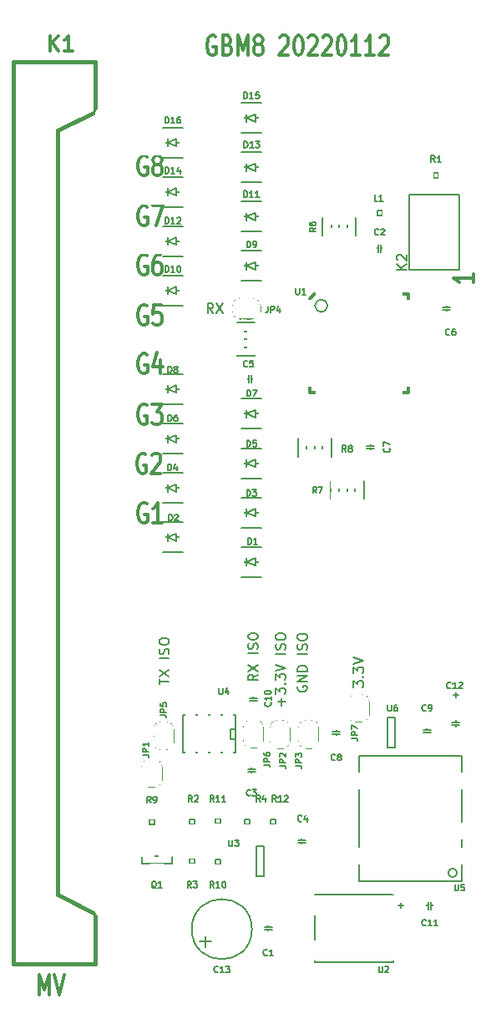
<source format=gto>
G04 #@! TF.GenerationSoftware,KiCad,Pcbnew,(5.1.5)-3*
G04 #@! TF.CreationDate,2022-01-12T20:14:22+01:00*
G04 #@! TF.ProjectId,gbm8,67626d38-2e6b-4696-9361-645f70636258,0424 - A*
G04 #@! TF.SameCoordinates,Original*
G04 #@! TF.FileFunction,Legend,Top*
G04 #@! TF.FilePolarity,Positive*
%FSLAX46Y46*%
G04 Gerber Fmt 4.6, Leading zero omitted, Abs format (unit mm)*
G04 Created by KiCad (PCBNEW (5.1.5)-3) date 2022-01-12 20:14:22*
%MOMM*%
%LPD*%
G04 APERTURE LIST*
%ADD10C,0.304800*%
%ADD11C,0.120000*%
%ADD12C,0.127000*%
%ADD13C,0.150000*%
%ADD14C,0.203200*%
%ADD15C,0.381000*%
%ADD16C,0.152400*%
%ADD17R,1.508000X1.168000*%
%ADD18R,2.311400X2.108200*%
%ADD19R,1.905000X1.397000*%
%ADD20R,1.107440X1.907540*%
%ADD21R,3.508000X1.778000*%
%ADD22R,2.506980X2.506980*%
%ADD23R,0.939800X1.270000*%
%ADD24R,1.397000X1.905000*%
%ADD25C,6.908800*%
%ADD26R,2.108200X2.311400*%
%ADD27R,2.159000X2.159000*%
%ADD28C,2.159000*%
%ADD29C,2.707640*%
%ADD30C,4.008120*%
%ADD31R,2.032000X2.032000*%
%ADD32C,2.032000*%
%ADD33R,1.422400X1.422400*%
%ADD34R,1.270000X0.939800*%
%ADD35R,2.032000X0.914400*%
%ADD36R,0.914400X2.032000*%
%ADD37R,3.556000X2.159000*%
%ADD38R,6.604000X6.604000*%
G04 APERTURE END LIST*
D10*
X143673428Y-90084000D02*
X143528285Y-89987238D01*
X143310571Y-89987238D01*
X143092857Y-90084000D01*
X142947714Y-90277523D01*
X142875142Y-90471047D01*
X142802571Y-90858095D01*
X142802571Y-91148380D01*
X142875142Y-91535428D01*
X142947714Y-91728952D01*
X143092857Y-91922476D01*
X143310571Y-92019238D01*
X143455714Y-92019238D01*
X143673428Y-91922476D01*
X143746000Y-91825714D01*
X143746000Y-91148380D01*
X143455714Y-91148380D01*
X144254000Y-89987238D02*
X145197428Y-89987238D01*
X144689428Y-90761333D01*
X144907142Y-90761333D01*
X145052285Y-90858095D01*
X145124857Y-90954857D01*
X145197428Y-91148380D01*
X145197428Y-91632190D01*
X145124857Y-91825714D01*
X145052285Y-91922476D01*
X144907142Y-92019238D01*
X144471714Y-92019238D01*
X144326571Y-91922476D01*
X144254000Y-91825714D01*
X143691428Y-64897000D02*
X143546285Y-64800238D01*
X143328571Y-64800238D01*
X143110857Y-64897000D01*
X142965714Y-65090523D01*
X142893142Y-65284047D01*
X142820571Y-65671095D01*
X142820571Y-65961380D01*
X142893142Y-66348428D01*
X142965714Y-66541952D01*
X143110857Y-66735476D01*
X143328571Y-66832238D01*
X143473714Y-66832238D01*
X143691428Y-66735476D01*
X143764000Y-66638714D01*
X143764000Y-65961380D01*
X143473714Y-65961380D01*
X144634857Y-65671095D02*
X144489714Y-65574333D01*
X144417142Y-65477571D01*
X144344571Y-65284047D01*
X144344571Y-65187285D01*
X144417142Y-64993761D01*
X144489714Y-64897000D01*
X144634857Y-64800238D01*
X144925142Y-64800238D01*
X145070285Y-64897000D01*
X145142857Y-64993761D01*
X145215428Y-65187285D01*
X145215428Y-65284047D01*
X145142857Y-65477571D01*
X145070285Y-65574333D01*
X144925142Y-65671095D01*
X144634857Y-65671095D01*
X144489714Y-65767857D01*
X144417142Y-65864619D01*
X144344571Y-66058142D01*
X144344571Y-66445190D01*
X144417142Y-66638714D01*
X144489714Y-66735476D01*
X144634857Y-66832238D01*
X144925142Y-66832238D01*
X145070285Y-66735476D01*
X145142857Y-66638714D01*
X145215428Y-66445190D01*
X145215428Y-66058142D01*
X145142857Y-65864619D01*
X145070285Y-65767857D01*
X144925142Y-65671095D01*
X143691428Y-69977000D02*
X143546285Y-69880238D01*
X143328571Y-69880238D01*
X143110857Y-69977000D01*
X142965714Y-70170523D01*
X142893142Y-70364047D01*
X142820571Y-70751095D01*
X142820571Y-71041380D01*
X142893142Y-71428428D01*
X142965714Y-71621952D01*
X143110857Y-71815476D01*
X143328571Y-71912238D01*
X143473714Y-71912238D01*
X143691428Y-71815476D01*
X143764000Y-71718714D01*
X143764000Y-71041380D01*
X143473714Y-71041380D01*
X144272000Y-69880238D02*
X145288000Y-69880238D01*
X144634857Y-71912238D01*
X143691428Y-74930000D02*
X143546285Y-74833238D01*
X143328571Y-74833238D01*
X143110857Y-74930000D01*
X142965714Y-75123523D01*
X142893142Y-75317047D01*
X142820571Y-75704095D01*
X142820571Y-75994380D01*
X142893142Y-76381428D01*
X142965714Y-76574952D01*
X143110857Y-76768476D01*
X143328571Y-76865238D01*
X143473714Y-76865238D01*
X143691428Y-76768476D01*
X143764000Y-76671714D01*
X143764000Y-75994380D01*
X143473714Y-75994380D01*
X145070285Y-74833238D02*
X144780000Y-74833238D01*
X144634857Y-74930000D01*
X144562285Y-75026761D01*
X144417142Y-75317047D01*
X144344571Y-75704095D01*
X144344571Y-76478190D01*
X144417142Y-76671714D01*
X144489714Y-76768476D01*
X144634857Y-76865238D01*
X144925142Y-76865238D01*
X145070285Y-76768476D01*
X145142857Y-76671714D01*
X145215428Y-76478190D01*
X145215428Y-75994380D01*
X145142857Y-75800857D01*
X145070285Y-75704095D01*
X144925142Y-75607333D01*
X144634857Y-75607333D01*
X144489714Y-75704095D01*
X144417142Y-75800857D01*
X144344571Y-75994380D01*
X143691428Y-80010000D02*
X143546285Y-79913238D01*
X143328571Y-79913238D01*
X143110857Y-80010000D01*
X142965714Y-80203523D01*
X142893142Y-80397047D01*
X142820571Y-80784095D01*
X142820571Y-81074380D01*
X142893142Y-81461428D01*
X142965714Y-81654952D01*
X143110857Y-81848476D01*
X143328571Y-81945238D01*
X143473714Y-81945238D01*
X143691428Y-81848476D01*
X143764000Y-81751714D01*
X143764000Y-81074380D01*
X143473714Y-81074380D01*
X145142857Y-79913238D02*
X144417142Y-79913238D01*
X144344571Y-80880857D01*
X144417142Y-80784095D01*
X144562285Y-80687333D01*
X144925142Y-80687333D01*
X145070285Y-80784095D01*
X145142857Y-80880857D01*
X145215428Y-81074380D01*
X145215428Y-81558190D01*
X145142857Y-81751714D01*
X145070285Y-81848476D01*
X144925142Y-81945238D01*
X144562285Y-81945238D01*
X144417142Y-81848476D01*
X144344571Y-81751714D01*
X143691428Y-84963000D02*
X143546285Y-84866238D01*
X143328571Y-84866238D01*
X143110857Y-84963000D01*
X142965714Y-85156523D01*
X142893142Y-85350047D01*
X142820571Y-85737095D01*
X142820571Y-86027380D01*
X142893142Y-86414428D01*
X142965714Y-86607952D01*
X143110857Y-86801476D01*
X143328571Y-86898238D01*
X143473714Y-86898238D01*
X143691428Y-86801476D01*
X143764000Y-86704714D01*
X143764000Y-86027380D01*
X143473714Y-86027380D01*
X145070285Y-85543571D02*
X145070285Y-86898238D01*
X144707428Y-84769476D02*
X144344571Y-86220904D01*
X145288000Y-86220904D01*
X143573428Y-95084000D02*
X143428285Y-94987238D01*
X143210571Y-94987238D01*
X142992857Y-95084000D01*
X142847714Y-95277523D01*
X142775142Y-95471047D01*
X142702571Y-95858095D01*
X142702571Y-96148380D01*
X142775142Y-96535428D01*
X142847714Y-96728952D01*
X142992857Y-96922476D01*
X143210571Y-97019238D01*
X143355714Y-97019238D01*
X143573428Y-96922476D01*
X143646000Y-96825714D01*
X143646000Y-96148380D01*
X143355714Y-96148380D01*
X144226571Y-95180761D02*
X144299142Y-95084000D01*
X144444285Y-94987238D01*
X144807142Y-94987238D01*
X144952285Y-95084000D01*
X145024857Y-95180761D01*
X145097428Y-95374285D01*
X145097428Y-95567809D01*
X145024857Y-95858095D01*
X144154000Y-97019238D01*
X145097428Y-97019238D01*
X143691428Y-100076000D02*
X143546285Y-99979238D01*
X143328571Y-99979238D01*
X143110857Y-100076000D01*
X142965714Y-100269523D01*
X142893142Y-100463047D01*
X142820571Y-100850095D01*
X142820571Y-101140380D01*
X142893142Y-101527428D01*
X142965714Y-101720952D01*
X143110857Y-101914476D01*
X143328571Y-102011238D01*
X143473714Y-102011238D01*
X143691428Y-101914476D01*
X143764000Y-101817714D01*
X143764000Y-101140380D01*
X143473714Y-101140380D01*
X145215428Y-102011238D02*
X144344571Y-102011238D01*
X144780000Y-102011238D02*
X144780000Y-99979238D01*
X144634857Y-100269523D01*
X144489714Y-100463047D01*
X144344571Y-100559809D01*
X132823857Y-149890238D02*
X132823857Y-147858238D01*
X133331857Y-149309666D01*
X133839857Y-147858238D01*
X133839857Y-149890238D01*
X134347857Y-147858238D02*
X134855857Y-149890238D01*
X135363857Y-147858238D01*
X150658285Y-52705000D02*
X150513142Y-52608238D01*
X150295428Y-52608238D01*
X150077714Y-52705000D01*
X149932571Y-52898523D01*
X149860000Y-53092047D01*
X149787428Y-53479095D01*
X149787428Y-53769380D01*
X149860000Y-54156428D01*
X149932571Y-54349952D01*
X150077714Y-54543476D01*
X150295428Y-54640238D01*
X150440571Y-54640238D01*
X150658285Y-54543476D01*
X150730857Y-54446714D01*
X150730857Y-53769380D01*
X150440571Y-53769380D01*
X151892000Y-53575857D02*
X152109714Y-53672619D01*
X152182285Y-53769380D01*
X152254857Y-53962904D01*
X152254857Y-54253190D01*
X152182285Y-54446714D01*
X152109714Y-54543476D01*
X151964571Y-54640238D01*
X151384000Y-54640238D01*
X151384000Y-52608238D01*
X151892000Y-52608238D01*
X152037142Y-52705000D01*
X152109714Y-52801761D01*
X152182285Y-52995285D01*
X152182285Y-53188809D01*
X152109714Y-53382333D01*
X152037142Y-53479095D01*
X151892000Y-53575857D01*
X151384000Y-53575857D01*
X152908000Y-54640238D02*
X152908000Y-52608238D01*
X153416000Y-54059666D01*
X153924000Y-52608238D01*
X153924000Y-54640238D01*
X154867428Y-53479095D02*
X154722285Y-53382333D01*
X154649714Y-53285571D01*
X154577142Y-53092047D01*
X154577142Y-52995285D01*
X154649714Y-52801761D01*
X154722285Y-52705000D01*
X154867428Y-52608238D01*
X155157714Y-52608238D01*
X155302857Y-52705000D01*
X155375428Y-52801761D01*
X155448000Y-52995285D01*
X155448000Y-53092047D01*
X155375428Y-53285571D01*
X155302857Y-53382333D01*
X155157714Y-53479095D01*
X154867428Y-53479095D01*
X154722285Y-53575857D01*
X154649714Y-53672619D01*
X154577142Y-53866142D01*
X154577142Y-54253190D01*
X154649714Y-54446714D01*
X154722285Y-54543476D01*
X154867428Y-54640238D01*
X155157714Y-54640238D01*
X155302857Y-54543476D01*
X155375428Y-54446714D01*
X155448000Y-54253190D01*
X155448000Y-53866142D01*
X155375428Y-53672619D01*
X155302857Y-53575857D01*
X155157714Y-53479095D01*
X157189714Y-52801761D02*
X157262285Y-52705000D01*
X157407428Y-52608238D01*
X157770285Y-52608238D01*
X157915428Y-52705000D01*
X157988000Y-52801761D01*
X158060571Y-52995285D01*
X158060571Y-53188809D01*
X157988000Y-53479095D01*
X157117142Y-54640238D01*
X158060571Y-54640238D01*
X159004000Y-52608238D02*
X159149142Y-52608238D01*
X159294285Y-52705000D01*
X159366857Y-52801761D01*
X159439428Y-52995285D01*
X159512000Y-53382333D01*
X159512000Y-53866142D01*
X159439428Y-54253190D01*
X159366857Y-54446714D01*
X159294285Y-54543476D01*
X159149142Y-54640238D01*
X159004000Y-54640238D01*
X158858857Y-54543476D01*
X158786285Y-54446714D01*
X158713714Y-54253190D01*
X158641142Y-53866142D01*
X158641142Y-53382333D01*
X158713714Y-52995285D01*
X158786285Y-52801761D01*
X158858857Y-52705000D01*
X159004000Y-52608238D01*
X160092571Y-52801761D02*
X160165142Y-52705000D01*
X160310285Y-52608238D01*
X160673142Y-52608238D01*
X160818285Y-52705000D01*
X160890857Y-52801761D01*
X160963428Y-52995285D01*
X160963428Y-53188809D01*
X160890857Y-53479095D01*
X160020000Y-54640238D01*
X160963428Y-54640238D01*
X161544000Y-52801761D02*
X161616571Y-52705000D01*
X161761714Y-52608238D01*
X162124571Y-52608238D01*
X162269714Y-52705000D01*
X162342285Y-52801761D01*
X162414857Y-52995285D01*
X162414857Y-53188809D01*
X162342285Y-53479095D01*
X161471428Y-54640238D01*
X162414857Y-54640238D01*
X163358285Y-52608238D02*
X163503428Y-52608238D01*
X163648571Y-52705000D01*
X163721142Y-52801761D01*
X163793714Y-52995285D01*
X163866285Y-53382333D01*
X163866285Y-53866142D01*
X163793714Y-54253190D01*
X163721142Y-54446714D01*
X163648571Y-54543476D01*
X163503428Y-54640238D01*
X163358285Y-54640238D01*
X163213142Y-54543476D01*
X163140571Y-54446714D01*
X163068000Y-54253190D01*
X162995428Y-53866142D01*
X162995428Y-53382333D01*
X163068000Y-52995285D01*
X163140571Y-52801761D01*
X163213142Y-52705000D01*
X163358285Y-52608238D01*
X165317714Y-54640238D02*
X164446857Y-54640238D01*
X164882285Y-54640238D02*
X164882285Y-52608238D01*
X164737142Y-52898523D01*
X164592000Y-53092047D01*
X164446857Y-53188809D01*
X166769142Y-54640238D02*
X165898285Y-54640238D01*
X166333714Y-54640238D02*
X166333714Y-52608238D01*
X166188571Y-52898523D01*
X166043428Y-53092047D01*
X165898285Y-53188809D01*
X167349714Y-52801761D02*
X167422285Y-52705000D01*
X167567428Y-52608238D01*
X167930285Y-52608238D01*
X168075428Y-52705000D01*
X168148000Y-52801761D01*
X168220571Y-52995285D01*
X168220571Y-53188809D01*
X168148000Y-53479095D01*
X167277142Y-54640238D01*
X168220571Y-54640238D01*
X176814238Y-76780571D02*
X176814238Y-77651428D01*
X176814238Y-77216000D02*
X174782238Y-77216000D01*
X175072523Y-77361142D01*
X175266047Y-77506285D01*
X175362809Y-77651428D01*
D11*
X143200000Y-128100000D02*
X143200000Y-126700000D01*
X143900000Y-126000000D02*
X144500000Y-126000000D01*
X145200000Y-126700000D02*
X145200000Y-128100000D01*
X144500000Y-128800000D02*
X143900000Y-128800000D01*
X143900000Y-128800000D02*
G75*
G02X143200000Y-128100000I0J700000D01*
G01*
X145200000Y-128100000D02*
G75*
G02X144500000Y-128800000I-700000J0D01*
G01*
X144500000Y-126000000D02*
G75*
G02X145200000Y-126700000I0J-700000D01*
G01*
X143200000Y-126700000D02*
G75*
G02X143900000Y-126000000I700000J0D01*
G01*
D12*
X168119000Y-121726000D02*
X168881000Y-121726000D01*
X168119000Y-124774000D02*
X168119000Y-121726000D01*
X168881000Y-124774000D02*
X168119000Y-124774000D01*
X168881000Y-121726000D02*
X168881000Y-124774000D01*
D11*
X166200000Y-120100000D02*
X166200000Y-121500000D01*
X165500000Y-122200000D02*
X164900000Y-122200000D01*
X164200000Y-121500000D02*
X164200000Y-120100000D01*
X164900000Y-119400000D02*
X165500000Y-119400000D01*
X165500000Y-119400000D02*
G75*
G02X166200000Y-120100000I0J-700000D01*
G01*
X164200000Y-120100000D02*
G75*
G02X164900000Y-119400000I700000J0D01*
G01*
X164900000Y-122200000D02*
G75*
G02X164200000Y-121500000I0J700000D01*
G01*
X166200000Y-121500000D02*
G75*
G02X165500000Y-122200000I-700000J0D01*
G01*
D12*
X174619000Y-122527000D02*
X175381000Y-122527000D01*
X175000000Y-122527000D02*
X174619000Y-122527000D01*
X175000000Y-122908000D02*
X175000000Y-122527000D01*
X174619000Y-122273000D02*
X175381000Y-122273000D01*
X175000000Y-122273000D02*
X175000000Y-121892000D01*
X174746000Y-119479000D02*
X175254000Y-119479000D01*
X175000000Y-119733000D02*
X175000000Y-119225000D01*
X154119000Y-120027000D02*
X154881000Y-120027000D01*
X154500000Y-120027000D02*
X154119000Y-120027000D01*
X154500000Y-120408000D02*
X154500000Y-120027000D01*
X154119000Y-119773000D02*
X154881000Y-119773000D01*
X154500000Y-119773000D02*
X154500000Y-119392000D01*
X172481000Y-122973000D02*
X171719000Y-122973000D01*
X172100000Y-122973000D02*
X172481000Y-122973000D01*
X172100000Y-122592000D02*
X172100000Y-122973000D01*
X172481000Y-123227000D02*
X171719000Y-123227000D01*
X172100000Y-123227000D02*
X172100000Y-123608000D01*
X162519000Y-123427000D02*
X163281000Y-123427000D01*
X162900000Y-123427000D02*
X162519000Y-123427000D01*
X162900000Y-123808000D02*
X162900000Y-123427000D01*
X162519000Y-123173000D02*
X163281000Y-123173000D01*
X162900000Y-123173000D02*
X162900000Y-122792000D01*
D11*
X153500000Y-124100000D02*
X153500000Y-122700000D01*
X154200000Y-122000000D02*
X154800000Y-122000000D01*
X155500000Y-122700000D02*
X155500000Y-124100000D01*
X154800000Y-124800000D02*
X154200000Y-124800000D01*
X154200000Y-124800000D02*
G75*
G02X153500000Y-124100000I0J700000D01*
G01*
X155500000Y-124100000D02*
G75*
G02X154800000Y-124800000I-700000J0D01*
G01*
X154800000Y-122000000D02*
G75*
G02X155500000Y-122700000I0J-700000D01*
G01*
X153500000Y-122700000D02*
G75*
G02X154200000Y-122000000I700000J0D01*
G01*
X144400000Y-124300000D02*
X144400000Y-122900000D01*
X145100000Y-122200000D02*
X145700000Y-122200000D01*
X146400000Y-122900000D02*
X146400000Y-124300000D01*
X145700000Y-125000000D02*
X145100000Y-125000000D01*
X145100000Y-125000000D02*
G75*
G02X144400000Y-124300000I0J700000D01*
G01*
X146400000Y-124300000D02*
G75*
G02X145700000Y-125000000I-700000J0D01*
G01*
X145700000Y-122200000D02*
G75*
G02X146400000Y-122900000I0J-700000D01*
G01*
X144400000Y-122900000D02*
G75*
G02X145100000Y-122200000I700000J0D01*
G01*
X154500000Y-81300000D02*
X153100000Y-81300000D01*
X152400000Y-80600000D02*
X152400000Y-80000000D01*
X153100000Y-79300000D02*
X154500000Y-79300000D01*
X155200000Y-80000000D02*
X155200000Y-80600000D01*
X155200000Y-80600000D02*
G75*
G02X154500000Y-81300000I-700000J0D01*
G01*
X154500000Y-79300000D02*
G75*
G02X155200000Y-80000000I0J-700000D01*
G01*
X152400000Y-80000000D02*
G75*
G02X153100000Y-79300000I700000J0D01*
G01*
X153100000Y-81300000D02*
G75*
G02X152400000Y-80600000I0J700000D01*
G01*
X159100000Y-124150000D02*
X159100000Y-122750000D01*
X159800000Y-122050000D02*
X160400000Y-122050000D01*
X161100000Y-122750000D02*
X161100000Y-124150000D01*
X160400000Y-124850000D02*
X159800000Y-124850000D01*
X159800000Y-124850000D02*
G75*
G02X159100000Y-124150000I0J700000D01*
G01*
X161100000Y-124150000D02*
G75*
G02X160400000Y-124850000I-700000J0D01*
G01*
X160400000Y-122050000D02*
G75*
G02X161100000Y-122750000I0J-700000D01*
G01*
X159100000Y-122750000D02*
G75*
G02X159800000Y-122050000I700000J0D01*
G01*
X156200000Y-124150000D02*
X156200000Y-122750000D01*
X156900000Y-122050000D02*
X157500000Y-122050000D01*
X158200000Y-122750000D02*
X158200000Y-124150000D01*
X157500000Y-124850000D02*
X156900000Y-124850000D01*
X156900000Y-124850000D02*
G75*
G02X156200000Y-124150000I0J700000D01*
G01*
X158200000Y-124150000D02*
G75*
G02X157500000Y-124850000I-700000J0D01*
G01*
X157500000Y-122050000D02*
G75*
G02X158200000Y-122750000I0J-700000D01*
G01*
X156200000Y-122750000D02*
G75*
G02X156900000Y-122050000I700000J0D01*
G01*
D12*
X147333000Y-125305000D02*
X147333000Y-121495000D01*
X152159000Y-122892000D02*
X152667000Y-122892000D01*
X152159000Y-123908000D02*
X152159000Y-122892000D01*
X152667000Y-123908000D02*
X152159000Y-123908000D01*
X152667000Y-125305000D02*
X152667000Y-121622000D01*
X147333000Y-125305000D02*
X152667000Y-125305000D01*
X152667000Y-121495000D02*
X147333000Y-121495000D01*
X152667000Y-121622000D02*
X152667000Y-121495000D01*
X154819000Y-134776000D02*
X155581000Y-134776000D01*
X154819000Y-137824000D02*
X154819000Y-134776000D01*
X155581000Y-137824000D02*
X154819000Y-137824000D01*
X155581000Y-134776000D02*
X155581000Y-137824000D01*
D13*
X175605000Y-138350000D02*
X165195000Y-138350000D01*
X175605000Y-125650000D02*
X175605000Y-138350000D01*
X165195000Y-125650000D02*
X175605000Y-125650000D01*
X165195000Y-138350000D02*
X165195000Y-125650000D01*
X175147214Y-137500000D02*
G75*
G03X175147214Y-137500000I-447214J0D01*
G01*
D12*
X156246000Y-132046000D02*
X156246000Y-132554000D01*
X156754000Y-132046000D02*
X156246000Y-132046000D01*
X156754000Y-132554000D02*
X156754000Y-132046000D01*
X156627000Y-132554000D02*
X156754000Y-132554000D01*
X156246000Y-132554000D02*
X156627000Y-132554000D01*
X156500000Y-132808000D02*
X156500000Y-132554000D01*
X156500000Y-132046000D02*
X156500000Y-131792000D01*
X154154000Y-132554000D02*
X154154000Y-132046000D01*
X153646000Y-132554000D02*
X154154000Y-132554000D01*
X153646000Y-132046000D02*
X153646000Y-132554000D01*
X153773000Y-132046000D02*
X153646000Y-132046000D01*
X154154000Y-132046000D02*
X153773000Y-132046000D01*
X153900000Y-131792000D02*
X153900000Y-132046000D01*
X153900000Y-132554000D02*
X153900000Y-132808000D01*
X150646000Y-131998500D02*
X150646000Y-132506500D01*
X151154000Y-131998500D02*
X150646000Y-131998500D01*
X151154000Y-132506500D02*
X151154000Y-131998500D01*
X151027000Y-132506500D02*
X151154000Y-132506500D01*
X150646000Y-132506500D02*
X151027000Y-132506500D01*
X150900000Y-132760500D02*
X150900000Y-132506500D01*
X150900000Y-131998500D02*
X150900000Y-131744500D01*
X150900000Y-136098500D02*
X150900000Y-135844500D01*
X150900000Y-136860500D02*
X150900000Y-136606500D01*
X150646000Y-136606500D02*
X151027000Y-136606500D01*
X151027000Y-136606500D02*
X151154000Y-136606500D01*
X151154000Y-136606500D02*
X151154000Y-136098500D01*
X151154000Y-136098500D02*
X150646000Y-136098500D01*
X150646000Y-136098500D02*
X150646000Y-136606500D01*
X159781000Y-134173000D02*
X159019000Y-134173000D01*
X159400000Y-134173000D02*
X159781000Y-134173000D01*
X159400000Y-133792000D02*
X159400000Y-134173000D01*
X159781000Y-134427000D02*
X159019000Y-134427000D01*
X159400000Y-134427000D02*
X159400000Y-134808000D01*
X153792000Y-105584640D02*
X153792000Y-106346640D01*
X153411000Y-105965640D02*
X153792000Y-105965640D01*
X154681000Y-105584640D02*
X154681000Y-106346640D01*
X154681000Y-105965640D02*
X155062000Y-105965640D01*
X153792000Y-105965640D02*
X154681000Y-105584640D01*
X154681000Y-106346640D02*
X153792000Y-105965640D01*
X153284000Y-107489640D02*
X155316000Y-107489640D01*
X153284000Y-104441640D02*
X155316000Y-104441640D01*
X145792000Y-103084000D02*
X145792000Y-103846000D01*
X145411000Y-103465000D02*
X145792000Y-103465000D01*
X146681000Y-103084000D02*
X146681000Y-103846000D01*
X146681000Y-103465000D02*
X147062000Y-103465000D01*
X145792000Y-103465000D02*
X146681000Y-103084000D01*
X146681000Y-103846000D02*
X145792000Y-103465000D01*
X145284000Y-104989000D02*
X147316000Y-104989000D01*
X145284000Y-101941000D02*
X147316000Y-101941000D01*
X153792000Y-100583380D02*
X153792000Y-101345380D01*
X153411000Y-100964380D02*
X153792000Y-100964380D01*
X154681000Y-100583380D02*
X154681000Y-101345380D01*
X154681000Y-100964380D02*
X155062000Y-100964380D01*
X153792000Y-100964380D02*
X154681000Y-100583380D01*
X154681000Y-101345380D02*
X153792000Y-100964380D01*
X153284000Y-102488380D02*
X155316000Y-102488380D01*
X153284000Y-99440380D02*
X155316000Y-99440380D01*
X145792000Y-98085280D02*
X145792000Y-98847280D01*
X145411000Y-98466280D02*
X145792000Y-98466280D01*
X146681000Y-98085280D02*
X146681000Y-98847280D01*
X146681000Y-98466280D02*
X147062000Y-98466280D01*
X145792000Y-98466280D02*
X146681000Y-98085280D01*
X146681000Y-98847280D02*
X145792000Y-98466280D01*
X145284000Y-99990280D02*
X147316000Y-99990280D01*
X145284000Y-96942280D02*
X147316000Y-96942280D01*
X153792000Y-95584660D02*
X153792000Y-96346660D01*
X153411000Y-95965660D02*
X153792000Y-95965660D01*
X154681000Y-95584660D02*
X154681000Y-96346660D01*
X154681000Y-95965660D02*
X155062000Y-95965660D01*
X153792000Y-95965660D02*
X154681000Y-95584660D01*
X154681000Y-96346660D02*
X153792000Y-95965660D01*
X153284000Y-97489660D02*
X155316000Y-97489660D01*
X153284000Y-94441660D02*
X155316000Y-94441660D01*
X145792000Y-93084020D02*
X145792000Y-93846020D01*
X145411000Y-93465020D02*
X145792000Y-93465020D01*
X146681000Y-93084020D02*
X146681000Y-93846020D01*
X146681000Y-93465020D02*
X147062000Y-93465020D01*
X145792000Y-93465020D02*
X146681000Y-93084020D01*
X146681000Y-93846020D02*
X145792000Y-93465020D01*
X145284000Y-94989020D02*
X147316000Y-94989020D01*
X145284000Y-91941020D02*
X147316000Y-91941020D01*
X153792000Y-90583400D02*
X153792000Y-91345400D01*
X153411000Y-90964400D02*
X153792000Y-90964400D01*
X154681000Y-90583400D02*
X154681000Y-91345400D01*
X154681000Y-90964400D02*
X155062000Y-90964400D01*
X153792000Y-90964400D02*
X154681000Y-90583400D01*
X154681000Y-91345400D02*
X153792000Y-90964400D01*
X153284000Y-92488400D02*
X155316000Y-92488400D01*
X153284000Y-89440400D02*
X155316000Y-89440400D01*
X145792000Y-88085300D02*
X145792000Y-88847300D01*
X145411000Y-88466300D02*
X145792000Y-88466300D01*
X146681000Y-88085300D02*
X146681000Y-88847300D01*
X146681000Y-88466300D02*
X147062000Y-88466300D01*
X145792000Y-88466300D02*
X146681000Y-88085300D01*
X146681000Y-88847300D02*
X145792000Y-88466300D01*
X145284000Y-89990300D02*
X147316000Y-89990300D01*
X145284000Y-86942300D02*
X147316000Y-86942300D01*
X153792000Y-75584680D02*
X153792000Y-76346680D01*
X153411000Y-75965680D02*
X153792000Y-75965680D01*
X154681000Y-75584680D02*
X154681000Y-76346680D01*
X154681000Y-75965680D02*
X155062000Y-75965680D01*
X153792000Y-75965680D02*
X154681000Y-75584680D01*
X154681000Y-76346680D02*
X153792000Y-75965680D01*
X153284000Y-77489680D02*
X155316000Y-77489680D01*
X153284000Y-74441680D02*
X155316000Y-74441680D01*
X145792000Y-78084040D02*
X145792000Y-78846040D01*
X145411000Y-78465040D02*
X145792000Y-78465040D01*
X146681000Y-78084040D02*
X146681000Y-78846040D01*
X146681000Y-78465040D02*
X147062000Y-78465040D01*
X145792000Y-78465040D02*
X146681000Y-78084040D01*
X146681000Y-78846040D02*
X145792000Y-78465040D01*
X145284000Y-79989040D02*
X147316000Y-79989040D01*
X145284000Y-76941040D02*
X147316000Y-76941040D01*
X153792000Y-70583420D02*
X153792000Y-71345420D01*
X153411000Y-70964420D02*
X153792000Y-70964420D01*
X154681000Y-70583420D02*
X154681000Y-71345420D01*
X154681000Y-70964420D02*
X155062000Y-70964420D01*
X153792000Y-70964420D02*
X154681000Y-70583420D01*
X154681000Y-71345420D02*
X153792000Y-70964420D01*
X153284000Y-72488420D02*
X155316000Y-72488420D01*
X153284000Y-69440420D02*
X155316000Y-69440420D01*
X145792000Y-73085320D02*
X145792000Y-73847320D01*
X145411000Y-73466320D02*
X145792000Y-73466320D01*
X146681000Y-73085320D02*
X146681000Y-73847320D01*
X146681000Y-73466320D02*
X147062000Y-73466320D01*
X145792000Y-73466320D02*
X146681000Y-73085320D01*
X146681000Y-73847320D02*
X145792000Y-73466320D01*
X145284000Y-74990320D02*
X147316000Y-74990320D01*
X145284000Y-71942320D02*
X147316000Y-71942320D01*
X153792000Y-65584700D02*
X153792000Y-66346700D01*
X153411000Y-65965700D02*
X153792000Y-65965700D01*
X154681000Y-65584700D02*
X154681000Y-66346700D01*
X154681000Y-65965700D02*
X155062000Y-65965700D01*
X153792000Y-65965700D02*
X154681000Y-65584700D01*
X154681000Y-66346700D02*
X153792000Y-65965700D01*
X153284000Y-67489700D02*
X155316000Y-67489700D01*
X153284000Y-64441700D02*
X155316000Y-64441700D01*
X145792000Y-68084060D02*
X145792000Y-68846060D01*
X145411000Y-68465060D02*
X145792000Y-68465060D01*
X146681000Y-68084060D02*
X146681000Y-68846060D01*
X146681000Y-68465060D02*
X147062000Y-68465060D01*
X145792000Y-68465060D02*
X146681000Y-68084060D01*
X146681000Y-68846060D02*
X145792000Y-68465060D01*
X145284000Y-69989060D02*
X147316000Y-69989060D01*
X145284000Y-66941060D02*
X147316000Y-66941060D01*
X153792000Y-60583440D02*
X153792000Y-61345440D01*
X153411000Y-60964440D02*
X153792000Y-60964440D01*
X154681000Y-60583440D02*
X154681000Y-61345440D01*
X154681000Y-60964440D02*
X155062000Y-60964440D01*
X153792000Y-60964440D02*
X154681000Y-60583440D01*
X154681000Y-61345440D02*
X153792000Y-60964440D01*
X153284000Y-62488440D02*
X155316000Y-62488440D01*
X153284000Y-59440440D02*
X155316000Y-59440440D01*
X145792000Y-63085340D02*
X145792000Y-63847340D01*
X145411000Y-63466340D02*
X145792000Y-63466340D01*
X146681000Y-63085340D02*
X146681000Y-63847340D01*
X146681000Y-63466340D02*
X147062000Y-63466340D01*
X145792000Y-63466340D02*
X146681000Y-63085340D01*
X146681000Y-63847340D02*
X145792000Y-63466340D01*
X145284000Y-64990340D02*
X147316000Y-64990340D01*
X145284000Y-61942340D02*
X147316000Y-61942340D01*
X162299620Y-98199620D02*
X165698140Y-98199620D01*
X165698140Y-99200380D02*
X162299620Y-99200380D01*
X162299620Y-99599160D02*
X165698140Y-99599160D01*
X165698140Y-97800840D02*
X162299620Y-97800840D01*
X162299620Y-99599160D02*
X162299620Y-97800840D01*
X165698140Y-99599160D02*
X165698140Y-97800840D01*
X163198780Y-99200380D02*
X163198780Y-98199620D01*
X163998880Y-99200380D02*
X163998880Y-98199620D01*
X164798980Y-99200380D02*
X164798980Y-98199620D01*
X162599340Y-99599160D02*
X162599340Y-99200380D01*
X162599340Y-98199620D02*
X162599340Y-97800840D01*
X162998120Y-99599160D02*
X162998120Y-99200380D01*
X162998120Y-98199620D02*
X162998120Y-97800840D01*
X163399440Y-97800840D02*
X163399440Y-98199620D01*
X163399440Y-99200380D02*
X163399440Y-99599160D01*
X163798220Y-99599160D02*
X163798220Y-99200380D01*
X163798220Y-98199620D02*
X163798220Y-97800840D01*
X164199540Y-97800840D02*
X164199540Y-98199620D01*
X164199540Y-99200380D02*
X164199540Y-99599160D01*
X164598320Y-99599160D02*
X164598320Y-99200380D01*
X164598320Y-98199620D02*
X164598320Y-97800840D01*
X165398420Y-98199620D02*
X165398420Y-97800840D01*
X164999640Y-98199620D02*
X164999640Y-97800840D01*
X164999640Y-99599160D02*
X164999640Y-99200380D01*
X165398420Y-99599160D02*
X165398420Y-99200380D01*
X167046000Y-70600000D02*
X166792000Y-70600000D01*
X167808000Y-70600000D02*
X167554000Y-70600000D01*
X167554000Y-70854000D02*
X167554000Y-70473000D01*
X167554000Y-70473000D02*
X167554000Y-70346000D01*
X167554000Y-70346000D02*
X167046000Y-70346000D01*
X167046000Y-70346000D02*
X167046000Y-70854000D01*
X167046000Y-70854000D02*
X167554000Y-70854000D01*
X167427000Y-74200000D02*
X167808000Y-74200000D01*
X167427000Y-73819000D02*
X167427000Y-74581000D01*
X166792000Y-74200000D02*
X167173000Y-74200000D01*
X167173000Y-74200000D02*
X167173000Y-73819000D01*
X167173000Y-73819000D02*
X167173000Y-74581000D01*
D14*
X148590000Y-54864000D02*
G75*
G03X148590000Y-54864000I-3302000J0D01*
G01*
X146990558Y-54864000D02*
G75*
G03X146990558Y-54864000I-1702558J0D01*
G01*
X176657000Y-54864000D02*
G75*
G03X176657000Y-54864000I-3302000J0D01*
G01*
X175057558Y-54864000D02*
G75*
G03X175057558Y-54864000I-1702558J0D01*
G01*
X148590000Y-146939000D02*
G75*
G03X148590000Y-146939000I-3302000J0D01*
G01*
X146990558Y-146939000D02*
G75*
G03X146990558Y-146939000I-1702558J0D01*
G01*
X176657000Y-146939000D02*
G75*
G03X176657000Y-146939000I-3302000J0D01*
G01*
X175057558Y-146939000D02*
G75*
G03X175057558Y-146939000I-1702558J0D01*
G01*
D12*
X156000000Y-142973000D02*
X156000000Y-142592000D01*
X155619000Y-142973000D02*
X156381000Y-142973000D01*
X156000000Y-143608000D02*
X156000000Y-143227000D01*
X156000000Y-143227000D02*
X155619000Y-143227000D01*
X155619000Y-143227000D02*
X156381000Y-143227000D01*
X154300000Y-127227000D02*
X154300000Y-127608000D01*
X154681000Y-127227000D02*
X153919000Y-127227000D01*
X154300000Y-126592000D02*
X154300000Y-126973000D01*
X154300000Y-126973000D02*
X154681000Y-126973000D01*
X154681000Y-126973000D02*
X153919000Y-126973000D01*
X154273000Y-87807800D02*
X154273000Y-87045800D01*
X154273000Y-87426800D02*
X154273000Y-87807800D01*
X154654000Y-87426800D02*
X154273000Y-87426800D01*
X154019000Y-87807800D02*
X154019000Y-87045800D01*
X154019000Y-87426800D02*
X153638000Y-87426800D01*
X173719000Y-80427000D02*
X174481000Y-80427000D01*
X174100000Y-80427000D02*
X173719000Y-80427000D01*
X174100000Y-80808000D02*
X174100000Y-80427000D01*
X173719000Y-80173000D02*
X174481000Y-80173000D01*
X174100000Y-80173000D02*
X174100000Y-79792000D01*
X166400000Y-94479500D02*
X166400000Y-94860500D01*
X166781000Y-94479500D02*
X166019000Y-94479500D01*
X166400000Y-93844500D02*
X166400000Y-94225500D01*
X166400000Y-94225500D02*
X166781000Y-94225500D01*
X166781000Y-94225500D02*
X166019000Y-94225500D01*
X172527000Y-141181000D02*
X172527000Y-140419000D01*
X172527000Y-140800000D02*
X172527000Y-141181000D01*
X172908000Y-140800000D02*
X172527000Y-140800000D01*
X172273000Y-141181000D02*
X172273000Y-140419000D01*
X172273000Y-140800000D02*
X171892000Y-140800000D01*
X169479000Y-141054000D02*
X169479000Y-140546000D01*
X169733000Y-140800000D02*
X169225000Y-140800000D01*
D14*
X154348000Y-143200000D02*
G75*
G03X154348000Y-143200000I-3048000J0D01*
G01*
D15*
X130175000Y-55245000D02*
X130175000Y-146685000D01*
X130175000Y-146685000D02*
X138430000Y-146685000D01*
X138430000Y-146685000D02*
X138430000Y-141605000D01*
X138430000Y-141605000D02*
X134620000Y-139700000D01*
X134620000Y-139700000D02*
X134620000Y-62230000D01*
X134620000Y-62230000D02*
X138430000Y-60325000D01*
X138430000Y-60325000D02*
X138430000Y-55245000D01*
X138430000Y-55245000D02*
X130175000Y-55245000D01*
D14*
X175387000Y-68707000D02*
X175387000Y-76327000D01*
X170307000Y-76327000D02*
X170307000Y-68707000D01*
X170307000Y-68707000D02*
X175387000Y-68707000D01*
X175387000Y-76327000D02*
X170307000Y-76327000D01*
D12*
X143176000Y-135803000D02*
X146224000Y-135803000D01*
X146224000Y-135803000D02*
X146224000Y-136565000D01*
X146224000Y-136565000D02*
X143176000Y-136565000D01*
X143176000Y-136565000D02*
X143176000Y-135803000D01*
X162099540Y-95299160D02*
X162099540Y-94900380D01*
X161700760Y-95299160D02*
X161700760Y-94900380D01*
X161700760Y-93899620D02*
X161700760Y-93500840D01*
X162099540Y-93899620D02*
X162099540Y-93500840D01*
X161299440Y-93899620D02*
X161299440Y-93500840D01*
X161299440Y-95299160D02*
X161299440Y-94900380D01*
X160900660Y-94900380D02*
X160900660Y-95299160D01*
X160900660Y-93500840D02*
X160900660Y-93899620D01*
X160499340Y-93899620D02*
X160499340Y-93500840D01*
X160499340Y-95299160D02*
X160499340Y-94900380D01*
X160100560Y-94900380D02*
X160100560Y-95299160D01*
X160100560Y-93500840D02*
X160100560Y-93899620D01*
X159699240Y-93899620D02*
X159699240Y-93500840D01*
X159699240Y-95299160D02*
X159699240Y-94900380D01*
X159300460Y-93899620D02*
X159300460Y-93500840D01*
X159300460Y-95299160D02*
X159300460Y-94900380D01*
X161500100Y-94900380D02*
X161500100Y-93899620D01*
X160700000Y-94900380D02*
X160700000Y-93899620D01*
X159899900Y-94900380D02*
X159899900Y-93899620D01*
X162399260Y-95299160D02*
X162399260Y-93500840D01*
X159000740Y-95299160D02*
X159000740Y-93500840D01*
X162399260Y-93500840D02*
X159000740Y-93500840D01*
X159000740Y-95299160D02*
X162399260Y-95299160D01*
X162399260Y-94900380D02*
X159000740Y-94900380D01*
X159000740Y-93899620D02*
X162399260Y-93899620D01*
X144200000Y-132093500D02*
X144200000Y-131839500D01*
X144200000Y-132855500D02*
X144200000Y-132601500D01*
X143946000Y-132601500D02*
X144327000Y-132601500D01*
X144327000Y-132601500D02*
X144454000Y-132601500D01*
X144454000Y-132601500D02*
X144454000Y-132093500D01*
X144454000Y-132093500D02*
X143946000Y-132093500D01*
X143946000Y-132093500D02*
X143946000Y-132601500D01*
X148300000Y-136046000D02*
X148300000Y-135792000D01*
X148300000Y-136808000D02*
X148300000Y-136554000D01*
X148046000Y-136554000D02*
X148427000Y-136554000D01*
X148427000Y-136554000D02*
X148554000Y-136554000D01*
X148554000Y-136554000D02*
X148554000Y-136046000D01*
X148554000Y-136046000D02*
X148046000Y-136046000D01*
X148046000Y-136046000D02*
X148046000Y-136554000D01*
X148300000Y-132046000D02*
X148300000Y-131792000D01*
X148300000Y-132808000D02*
X148300000Y-132554000D01*
X148046000Y-132554000D02*
X148427000Y-132554000D01*
X148427000Y-132554000D02*
X148554000Y-132554000D01*
X148554000Y-132554000D02*
X148554000Y-132046000D01*
X148554000Y-132046000D02*
X148046000Y-132046000D01*
X148046000Y-132046000D02*
X148046000Y-132554000D01*
X153239220Y-85112860D02*
X153239220Y-81714340D01*
X154239980Y-81714340D02*
X154239980Y-85112860D01*
X154638760Y-85112860D02*
X154638760Y-81714340D01*
X152840440Y-81714340D02*
X152840440Y-85112860D01*
X154638760Y-85112860D02*
X152840440Y-85112860D01*
X154638760Y-81714340D02*
X152840440Y-81714340D01*
X154239980Y-84213700D02*
X153239220Y-84213700D01*
X154239980Y-83413600D02*
X153239220Y-83413600D01*
X154239980Y-82613500D02*
X153239220Y-82613500D01*
X154638760Y-84813140D02*
X154239980Y-84813140D01*
X153239220Y-84813140D02*
X152840440Y-84813140D01*
X154638760Y-84414360D02*
X154239980Y-84414360D01*
X153239220Y-84414360D02*
X152840440Y-84414360D01*
X152840440Y-84013040D02*
X153239220Y-84013040D01*
X154239980Y-84013040D02*
X154638760Y-84013040D01*
X154638760Y-83614260D02*
X154239980Y-83614260D01*
X153239220Y-83614260D02*
X152840440Y-83614260D01*
X152840440Y-83212940D02*
X153239220Y-83212940D01*
X154239980Y-83212940D02*
X154638760Y-83212940D01*
X154638760Y-82814160D02*
X154239980Y-82814160D01*
X153239220Y-82814160D02*
X152840440Y-82814160D01*
X153239220Y-82014060D02*
X152840440Y-82014060D01*
X153239220Y-82412840D02*
X152840440Y-82412840D01*
X154638760Y-82412840D02*
X154239980Y-82412840D01*
X154638760Y-82014060D02*
X154239980Y-82014060D01*
X161500740Y-71499620D02*
X164899260Y-71499620D01*
X164899260Y-72500380D02*
X161500740Y-72500380D01*
X161500740Y-72899160D02*
X164899260Y-72899160D01*
X164899260Y-71100840D02*
X161500740Y-71100840D01*
X161500740Y-72899160D02*
X161500740Y-71100840D01*
X164899260Y-72899160D02*
X164899260Y-71100840D01*
X162399900Y-72500380D02*
X162399900Y-71499620D01*
X163200000Y-72500380D02*
X163200000Y-71499620D01*
X164000100Y-72500380D02*
X164000100Y-71499620D01*
X161800460Y-72899160D02*
X161800460Y-72500380D01*
X161800460Y-71499620D02*
X161800460Y-71100840D01*
X162199240Y-72899160D02*
X162199240Y-72500380D01*
X162199240Y-71499620D02*
X162199240Y-71100840D01*
X162600560Y-71100840D02*
X162600560Y-71499620D01*
X162600560Y-72500380D02*
X162600560Y-72899160D01*
X162999340Y-72899160D02*
X162999340Y-72500380D01*
X162999340Y-71499620D02*
X162999340Y-71100840D01*
X163400660Y-71100840D02*
X163400660Y-71499620D01*
X163400660Y-72500380D02*
X163400660Y-72899160D01*
X163799440Y-72899160D02*
X163799440Y-72500380D01*
X163799440Y-71499620D02*
X163799440Y-71100840D01*
X164599540Y-71499620D02*
X164599540Y-71100840D01*
X164200760Y-71499620D02*
X164200760Y-71100840D01*
X164200760Y-72899160D02*
X164200760Y-72500380D01*
X164599540Y-72899160D02*
X164599540Y-72500380D01*
X173254000Y-66546000D02*
X172746000Y-66546000D01*
X173254000Y-67054000D02*
X173254000Y-66546000D01*
X172746000Y-67054000D02*
X173254000Y-67054000D01*
X172746000Y-66927000D02*
X172746000Y-67054000D01*
X172746000Y-66546000D02*
X172746000Y-66927000D01*
X172492000Y-66800000D02*
X172746000Y-66800000D01*
X173254000Y-66800000D02*
X173508000Y-66800000D01*
D14*
X162020000Y-80010000D02*
G75*
G03X162020000Y-80010000I-635000J0D01*
G01*
D10*
X160191200Y-79298800D02*
X160673800Y-78816200D01*
X160673800Y-78816200D02*
X170198800Y-78816200D01*
X160191200Y-79298800D02*
X160191200Y-88823800D01*
X170198800Y-88823800D02*
X160191200Y-88823800D01*
X170198800Y-78816200D02*
X170198800Y-88823800D01*
D12*
X160724000Y-144497000D02*
X157549000Y-144497000D01*
X157549000Y-144497000D02*
X157549000Y-146275000D01*
X157549000Y-146275000D02*
X160724000Y-146275000D01*
X160724000Y-139925000D02*
X157549000Y-139925000D01*
X157549000Y-139925000D02*
X157549000Y-141703000D01*
X157549000Y-141703000D02*
X160724000Y-141703000D01*
X166820000Y-146529000D02*
X160724000Y-146529000D01*
X160724000Y-146529000D02*
X160724000Y-139671000D01*
X160724000Y-139671000D02*
X168598000Y-139671000D01*
X168725000Y-139671000D02*
X168725000Y-146529000D01*
X168598000Y-146529000D02*
X166820000Y-146529000D01*
X143252261Y-125529166D02*
X143705833Y-125529166D01*
X143796547Y-125559404D01*
X143857023Y-125619880D01*
X143887261Y-125710595D01*
X143887261Y-125771071D01*
X143887261Y-125226785D02*
X143252261Y-125226785D01*
X143252261Y-124984880D01*
X143282500Y-124924404D01*
X143312738Y-124894166D01*
X143373214Y-124863928D01*
X143463928Y-124863928D01*
X143524404Y-124894166D01*
X143554642Y-124924404D01*
X143584880Y-124984880D01*
X143584880Y-125226785D01*
X143887261Y-124259166D02*
X143887261Y-124622023D01*
X143887261Y-124440595D02*
X143252261Y-124440595D01*
X143342976Y-124501071D01*
X143403452Y-124561547D01*
X143433690Y-124622023D01*
X168116190Y-120452261D02*
X168116190Y-120966309D01*
X168146428Y-121026785D01*
X168176666Y-121057023D01*
X168237142Y-121087261D01*
X168358095Y-121087261D01*
X168418571Y-121057023D01*
X168448809Y-121026785D01*
X168479047Y-120966309D01*
X168479047Y-120452261D01*
X169053571Y-120452261D02*
X168932619Y-120452261D01*
X168872142Y-120482500D01*
X168841904Y-120512738D01*
X168781428Y-120603452D01*
X168751190Y-120724404D01*
X168751190Y-120966309D01*
X168781428Y-121026785D01*
X168811666Y-121057023D01*
X168872142Y-121087261D01*
X168993095Y-121087261D01*
X169053571Y-121057023D01*
X169083809Y-121026785D01*
X169114047Y-120966309D01*
X169114047Y-120815119D01*
X169083809Y-120754642D01*
X169053571Y-120724404D01*
X168993095Y-120694166D01*
X168872142Y-120694166D01*
X168811666Y-120724404D01*
X168781428Y-120754642D01*
X168751190Y-120815119D01*
X164452261Y-123829166D02*
X164905833Y-123829166D01*
X164996547Y-123859404D01*
X165057023Y-123919880D01*
X165087261Y-124010595D01*
X165087261Y-124071071D01*
X165087261Y-123526785D02*
X164452261Y-123526785D01*
X164452261Y-123284880D01*
X164482500Y-123224404D01*
X164512738Y-123194166D01*
X164573214Y-123163928D01*
X164663928Y-123163928D01*
X164724404Y-123194166D01*
X164754642Y-123224404D01*
X164784880Y-123284880D01*
X164784880Y-123526785D01*
X164452261Y-122952261D02*
X164452261Y-122528928D01*
X165087261Y-122801071D01*
D13*
X164652380Y-118676190D02*
X164652380Y-118057142D01*
X165033333Y-118390476D01*
X165033333Y-118247619D01*
X165080952Y-118152380D01*
X165128571Y-118104761D01*
X165223809Y-118057142D01*
X165461904Y-118057142D01*
X165557142Y-118104761D01*
X165604761Y-118152380D01*
X165652380Y-118247619D01*
X165652380Y-118533333D01*
X165604761Y-118628571D01*
X165557142Y-118676190D01*
X165557142Y-117628571D02*
X165604761Y-117580952D01*
X165652380Y-117628571D01*
X165604761Y-117676190D01*
X165557142Y-117628571D01*
X165652380Y-117628571D01*
X164652380Y-117247619D02*
X164652380Y-116628571D01*
X165033333Y-116961904D01*
X165033333Y-116819047D01*
X165080952Y-116723809D01*
X165128571Y-116676190D01*
X165223809Y-116628571D01*
X165461904Y-116628571D01*
X165557142Y-116676190D01*
X165604761Y-116723809D01*
X165652380Y-116819047D01*
X165652380Y-117104761D01*
X165604761Y-117200000D01*
X165557142Y-117247619D01*
X164652380Y-116342857D02*
X165652380Y-116009523D01*
X164652380Y-115676190D01*
D12*
X174491785Y-118726785D02*
X174461547Y-118757023D01*
X174370833Y-118787261D01*
X174310357Y-118787261D01*
X174219642Y-118757023D01*
X174159166Y-118696547D01*
X174128928Y-118636071D01*
X174098690Y-118515119D01*
X174098690Y-118424404D01*
X174128928Y-118303452D01*
X174159166Y-118242976D01*
X174219642Y-118182500D01*
X174310357Y-118152261D01*
X174370833Y-118152261D01*
X174461547Y-118182500D01*
X174491785Y-118212738D01*
X175096547Y-118787261D02*
X174733690Y-118787261D01*
X174915119Y-118787261D02*
X174915119Y-118152261D01*
X174854642Y-118242976D01*
X174794166Y-118303452D01*
X174733690Y-118333690D01*
X175338452Y-118212738D02*
X175368690Y-118182500D01*
X175429166Y-118152261D01*
X175580357Y-118152261D01*
X175640833Y-118182500D01*
X175671071Y-118212738D01*
X175701309Y-118273214D01*
X175701309Y-118333690D01*
X175671071Y-118424404D01*
X175308214Y-118787261D01*
X175701309Y-118787261D01*
X156226785Y-120208214D02*
X156257023Y-120238452D01*
X156287261Y-120329166D01*
X156287261Y-120389642D01*
X156257023Y-120480357D01*
X156196547Y-120540833D01*
X156136071Y-120571071D01*
X156015119Y-120601309D01*
X155924404Y-120601309D01*
X155803452Y-120571071D01*
X155742976Y-120540833D01*
X155682500Y-120480357D01*
X155652261Y-120389642D01*
X155652261Y-120329166D01*
X155682500Y-120238452D01*
X155712738Y-120208214D01*
X156287261Y-119603452D02*
X156287261Y-119966309D01*
X156287261Y-119784880D02*
X155652261Y-119784880D01*
X155742976Y-119845357D01*
X155803452Y-119905833D01*
X155833690Y-119966309D01*
X155652261Y-119210357D02*
X155652261Y-119149880D01*
X155682500Y-119089404D01*
X155712738Y-119059166D01*
X155773214Y-119028928D01*
X155894166Y-118998690D01*
X156045357Y-118998690D01*
X156166309Y-119028928D01*
X156226785Y-119059166D01*
X156257023Y-119089404D01*
X156287261Y-119149880D01*
X156287261Y-119210357D01*
X156257023Y-119270833D01*
X156226785Y-119301071D01*
X156166309Y-119331309D01*
X156045357Y-119361547D01*
X155894166Y-119361547D01*
X155773214Y-119331309D01*
X155712738Y-119301071D01*
X155682500Y-119270833D01*
X155652261Y-119210357D01*
X171994166Y-121026785D02*
X171963928Y-121057023D01*
X171873214Y-121087261D01*
X171812738Y-121087261D01*
X171722023Y-121057023D01*
X171661547Y-120996547D01*
X171631309Y-120936071D01*
X171601071Y-120815119D01*
X171601071Y-120724404D01*
X171631309Y-120603452D01*
X171661547Y-120542976D01*
X171722023Y-120482500D01*
X171812738Y-120452261D01*
X171873214Y-120452261D01*
X171963928Y-120482500D01*
X171994166Y-120512738D01*
X172296547Y-121087261D02*
X172417500Y-121087261D01*
X172477976Y-121057023D01*
X172508214Y-121026785D01*
X172568690Y-120936071D01*
X172598928Y-120815119D01*
X172598928Y-120573214D01*
X172568690Y-120512738D01*
X172538452Y-120482500D01*
X172477976Y-120452261D01*
X172357023Y-120452261D01*
X172296547Y-120482500D01*
X172266309Y-120512738D01*
X172236071Y-120573214D01*
X172236071Y-120724404D01*
X172266309Y-120784880D01*
X172296547Y-120815119D01*
X172357023Y-120845357D01*
X172477976Y-120845357D01*
X172538452Y-120815119D01*
X172568690Y-120784880D01*
X172598928Y-120724404D01*
X162794166Y-126026785D02*
X162763928Y-126057023D01*
X162673214Y-126087261D01*
X162612738Y-126087261D01*
X162522023Y-126057023D01*
X162461547Y-125996547D01*
X162431309Y-125936071D01*
X162401071Y-125815119D01*
X162401071Y-125724404D01*
X162431309Y-125603452D01*
X162461547Y-125542976D01*
X162522023Y-125482500D01*
X162612738Y-125452261D01*
X162673214Y-125452261D01*
X162763928Y-125482500D01*
X162794166Y-125512738D01*
X163157023Y-125724404D02*
X163096547Y-125694166D01*
X163066309Y-125663928D01*
X163036071Y-125603452D01*
X163036071Y-125573214D01*
X163066309Y-125512738D01*
X163096547Y-125482500D01*
X163157023Y-125452261D01*
X163277976Y-125452261D01*
X163338452Y-125482500D01*
X163368690Y-125512738D01*
X163398928Y-125573214D01*
X163398928Y-125603452D01*
X163368690Y-125663928D01*
X163338452Y-125694166D01*
X163277976Y-125724404D01*
X163157023Y-125724404D01*
X163096547Y-125754642D01*
X163066309Y-125784880D01*
X163036071Y-125845357D01*
X163036071Y-125966309D01*
X163066309Y-126026785D01*
X163096547Y-126057023D01*
X163157023Y-126087261D01*
X163277976Y-126087261D01*
X163338452Y-126057023D01*
X163368690Y-126026785D01*
X163398928Y-125966309D01*
X163398928Y-125845357D01*
X163368690Y-125784880D01*
X163338452Y-125754642D01*
X163277976Y-125724404D01*
X155552261Y-126529166D02*
X156005833Y-126529166D01*
X156096547Y-126559404D01*
X156157023Y-126619880D01*
X156187261Y-126710595D01*
X156187261Y-126771071D01*
X156187261Y-126226785D02*
X155552261Y-126226785D01*
X155552261Y-125984880D01*
X155582500Y-125924404D01*
X155612738Y-125894166D01*
X155673214Y-125863928D01*
X155763928Y-125863928D01*
X155824404Y-125894166D01*
X155854642Y-125924404D01*
X155884880Y-125984880D01*
X155884880Y-126226785D01*
X155552261Y-125319642D02*
X155552261Y-125440595D01*
X155582500Y-125501071D01*
X155612738Y-125531309D01*
X155703452Y-125591785D01*
X155824404Y-125622023D01*
X156066309Y-125622023D01*
X156126785Y-125591785D01*
X156157023Y-125561547D01*
X156187261Y-125501071D01*
X156187261Y-125380119D01*
X156157023Y-125319642D01*
X156126785Y-125289404D01*
X156066309Y-125259166D01*
X155915119Y-125259166D01*
X155854642Y-125289404D01*
X155824404Y-125319642D01*
X155794166Y-125380119D01*
X155794166Y-125501071D01*
X155824404Y-125561547D01*
X155854642Y-125591785D01*
X155915119Y-125622023D01*
D13*
X154952380Y-117385714D02*
X154476190Y-117719047D01*
X154952380Y-117957142D02*
X153952380Y-117957142D01*
X153952380Y-117576190D01*
X154000000Y-117480952D01*
X154047619Y-117433333D01*
X154142857Y-117385714D01*
X154285714Y-117385714D01*
X154380952Y-117433333D01*
X154428571Y-117480952D01*
X154476190Y-117576190D01*
X154476190Y-117957142D01*
X153952380Y-117052380D02*
X154952380Y-116385714D01*
X153952380Y-116385714D02*
X154952380Y-117052380D01*
X154952380Y-115242857D02*
X153952380Y-115242857D01*
X154904761Y-114814285D02*
X154952380Y-114671428D01*
X154952380Y-114433333D01*
X154904761Y-114338095D01*
X154857142Y-114290476D01*
X154761904Y-114242857D01*
X154666666Y-114242857D01*
X154571428Y-114290476D01*
X154523809Y-114338095D01*
X154476190Y-114433333D01*
X154428571Y-114623809D01*
X154380952Y-114719047D01*
X154333333Y-114766666D01*
X154238095Y-114814285D01*
X154142857Y-114814285D01*
X154047619Y-114766666D01*
X154000000Y-114719047D01*
X153952380Y-114623809D01*
X153952380Y-114385714D01*
X154000000Y-114242857D01*
X153952380Y-113623809D02*
X153952380Y-113433333D01*
X154000000Y-113338095D01*
X154095238Y-113242857D01*
X154285714Y-113195238D01*
X154619047Y-113195238D01*
X154809523Y-113242857D01*
X154904761Y-113338095D01*
X154952380Y-113433333D01*
X154952380Y-113623809D01*
X154904761Y-113719047D01*
X154809523Y-113814285D01*
X154619047Y-113861904D01*
X154285714Y-113861904D01*
X154095238Y-113814285D01*
X154000000Y-113719047D01*
X153952380Y-113623809D01*
D12*
X145052261Y-121529166D02*
X145505833Y-121529166D01*
X145596547Y-121559404D01*
X145657023Y-121619880D01*
X145687261Y-121710595D01*
X145687261Y-121771071D01*
X145687261Y-121226785D02*
X145052261Y-121226785D01*
X145052261Y-120984880D01*
X145082500Y-120924404D01*
X145112738Y-120894166D01*
X145173214Y-120863928D01*
X145263928Y-120863928D01*
X145324404Y-120894166D01*
X145354642Y-120924404D01*
X145384880Y-120984880D01*
X145384880Y-121226785D01*
X145052261Y-120289404D02*
X145052261Y-120591785D01*
X145354642Y-120622023D01*
X145324404Y-120591785D01*
X145294166Y-120531309D01*
X145294166Y-120380119D01*
X145324404Y-120319642D01*
X145354642Y-120289404D01*
X145415119Y-120259166D01*
X145566309Y-120259166D01*
X145626785Y-120289404D01*
X145657023Y-120319642D01*
X145687261Y-120380119D01*
X145687261Y-120531309D01*
X145657023Y-120591785D01*
X145626785Y-120622023D01*
D13*
X144952380Y-118380952D02*
X144952380Y-117809523D01*
X145952380Y-118095238D02*
X144952380Y-118095238D01*
X144952380Y-117571428D02*
X145952380Y-116904761D01*
X144952380Y-116904761D02*
X145952380Y-117571428D01*
X145952380Y-115761904D02*
X144952380Y-115761904D01*
X145904761Y-115333333D02*
X145952380Y-115190476D01*
X145952380Y-114952380D01*
X145904761Y-114857142D01*
X145857142Y-114809523D01*
X145761904Y-114761904D01*
X145666666Y-114761904D01*
X145571428Y-114809523D01*
X145523809Y-114857142D01*
X145476190Y-114952380D01*
X145428571Y-115142857D01*
X145380952Y-115238095D01*
X145333333Y-115285714D01*
X145238095Y-115333333D01*
X145142857Y-115333333D01*
X145047619Y-115285714D01*
X145000000Y-115238095D01*
X144952380Y-115142857D01*
X144952380Y-114904761D01*
X145000000Y-114761904D01*
X144952380Y-114142857D02*
X144952380Y-113952380D01*
X145000000Y-113857142D01*
X145095238Y-113761904D01*
X145285714Y-113714285D01*
X145619047Y-113714285D01*
X145809523Y-113761904D01*
X145904761Y-113857142D01*
X145952380Y-113952380D01*
X145952380Y-114142857D01*
X145904761Y-114238095D01*
X145809523Y-114333333D01*
X145619047Y-114380952D01*
X145285714Y-114380952D01*
X145095238Y-114333333D01*
X145000000Y-114238095D01*
X144952380Y-114142857D01*
D12*
X155970833Y-80052261D02*
X155970833Y-80505833D01*
X155940595Y-80596547D01*
X155880119Y-80657023D01*
X155789404Y-80687261D01*
X155728928Y-80687261D01*
X156273214Y-80687261D02*
X156273214Y-80052261D01*
X156515119Y-80052261D01*
X156575595Y-80082500D01*
X156605833Y-80112738D01*
X156636071Y-80173214D01*
X156636071Y-80263928D01*
X156605833Y-80324404D01*
X156575595Y-80354642D01*
X156515119Y-80384880D01*
X156273214Y-80384880D01*
X157180357Y-80263928D02*
X157180357Y-80687261D01*
X157029166Y-80022023D02*
X156877976Y-80475595D01*
X157271071Y-80475595D01*
D13*
X150433333Y-80752380D02*
X150100000Y-80276190D01*
X149861904Y-80752380D02*
X149861904Y-79752380D01*
X150242857Y-79752380D01*
X150338095Y-79800000D01*
X150385714Y-79847619D01*
X150433333Y-79942857D01*
X150433333Y-80085714D01*
X150385714Y-80180952D01*
X150338095Y-80228571D01*
X150242857Y-80276190D01*
X149861904Y-80276190D01*
X150766666Y-79752380D02*
X151433333Y-80752380D01*
X151433333Y-79752380D02*
X150766666Y-80752380D01*
D12*
X158752261Y-126629166D02*
X159205833Y-126629166D01*
X159296547Y-126659404D01*
X159357023Y-126719880D01*
X159387261Y-126810595D01*
X159387261Y-126871071D01*
X159387261Y-126326785D02*
X158752261Y-126326785D01*
X158752261Y-126084880D01*
X158782500Y-126024404D01*
X158812738Y-125994166D01*
X158873214Y-125963928D01*
X158963928Y-125963928D01*
X159024404Y-125994166D01*
X159054642Y-126024404D01*
X159084880Y-126084880D01*
X159084880Y-126326785D01*
X158752261Y-125752261D02*
X158752261Y-125359166D01*
X158994166Y-125570833D01*
X158994166Y-125480119D01*
X159024404Y-125419642D01*
X159054642Y-125389404D01*
X159115119Y-125359166D01*
X159266309Y-125359166D01*
X159326785Y-125389404D01*
X159357023Y-125419642D01*
X159387261Y-125480119D01*
X159387261Y-125661547D01*
X159357023Y-125722023D01*
X159326785Y-125752261D01*
D13*
X159000000Y-118580952D02*
X158952380Y-118676190D01*
X158952380Y-118819047D01*
X159000000Y-118961904D01*
X159095238Y-119057142D01*
X159190476Y-119104761D01*
X159380952Y-119152380D01*
X159523809Y-119152380D01*
X159714285Y-119104761D01*
X159809523Y-119057142D01*
X159904761Y-118961904D01*
X159952380Y-118819047D01*
X159952380Y-118723809D01*
X159904761Y-118580952D01*
X159857142Y-118533333D01*
X159523809Y-118533333D01*
X159523809Y-118723809D01*
X159952380Y-118104761D02*
X158952380Y-118104761D01*
X159952380Y-117533333D01*
X158952380Y-117533333D01*
X159952380Y-117057142D02*
X158952380Y-117057142D01*
X158952380Y-116819047D01*
X159000000Y-116676190D01*
X159095238Y-116580952D01*
X159190476Y-116533333D01*
X159380952Y-116485714D01*
X159523809Y-116485714D01*
X159714285Y-116533333D01*
X159809523Y-116580952D01*
X159904761Y-116676190D01*
X159952380Y-116819047D01*
X159952380Y-117057142D01*
X159952380Y-115295238D02*
X158952380Y-115295238D01*
X159904761Y-114866666D02*
X159952380Y-114723809D01*
X159952380Y-114485714D01*
X159904761Y-114390476D01*
X159857142Y-114342857D01*
X159761904Y-114295238D01*
X159666666Y-114295238D01*
X159571428Y-114342857D01*
X159523809Y-114390476D01*
X159476190Y-114485714D01*
X159428571Y-114676190D01*
X159380952Y-114771428D01*
X159333333Y-114819047D01*
X159238095Y-114866666D01*
X159142857Y-114866666D01*
X159047619Y-114819047D01*
X159000000Y-114771428D01*
X158952380Y-114676190D01*
X158952380Y-114438095D01*
X159000000Y-114295238D01*
X158952380Y-113676190D02*
X158952380Y-113485714D01*
X159000000Y-113390476D01*
X159095238Y-113295238D01*
X159285714Y-113247619D01*
X159619047Y-113247619D01*
X159809523Y-113295238D01*
X159904761Y-113390476D01*
X159952380Y-113485714D01*
X159952380Y-113676190D01*
X159904761Y-113771428D01*
X159809523Y-113866666D01*
X159619047Y-113914285D01*
X159285714Y-113914285D01*
X159095238Y-113866666D01*
X159000000Y-113771428D01*
X158952380Y-113676190D01*
D12*
X157152261Y-126629166D02*
X157605833Y-126629166D01*
X157696547Y-126659404D01*
X157757023Y-126719880D01*
X157787261Y-126810595D01*
X157787261Y-126871071D01*
X157787261Y-126326785D02*
X157152261Y-126326785D01*
X157152261Y-126084880D01*
X157182500Y-126024404D01*
X157212738Y-125994166D01*
X157273214Y-125963928D01*
X157363928Y-125963928D01*
X157424404Y-125994166D01*
X157454642Y-126024404D01*
X157484880Y-126084880D01*
X157484880Y-126326785D01*
X157212738Y-125722023D02*
X157182500Y-125691785D01*
X157152261Y-125631309D01*
X157152261Y-125480119D01*
X157182500Y-125419642D01*
X157212738Y-125389404D01*
X157273214Y-125359166D01*
X157333690Y-125359166D01*
X157424404Y-125389404D01*
X157787261Y-125752261D01*
X157787261Y-125359166D01*
D13*
X157371428Y-120519047D02*
X157371428Y-119757142D01*
X157752380Y-120138095D02*
X156990476Y-120138095D01*
X156752380Y-119376190D02*
X156752380Y-118757142D01*
X157133333Y-119090476D01*
X157133333Y-118947619D01*
X157180952Y-118852380D01*
X157228571Y-118804761D01*
X157323809Y-118757142D01*
X157561904Y-118757142D01*
X157657142Y-118804761D01*
X157704761Y-118852380D01*
X157752380Y-118947619D01*
X157752380Y-119233333D01*
X157704761Y-119328571D01*
X157657142Y-119376190D01*
X157657142Y-118328571D02*
X157704761Y-118280952D01*
X157752380Y-118328571D01*
X157704761Y-118376190D01*
X157657142Y-118328571D01*
X157752380Y-118328571D01*
X156752380Y-117947619D02*
X156752380Y-117328571D01*
X157133333Y-117661904D01*
X157133333Y-117519047D01*
X157180952Y-117423809D01*
X157228571Y-117376190D01*
X157323809Y-117328571D01*
X157561904Y-117328571D01*
X157657142Y-117376190D01*
X157704761Y-117423809D01*
X157752380Y-117519047D01*
X157752380Y-117804761D01*
X157704761Y-117900000D01*
X157657142Y-117947619D01*
X156752380Y-117042857D02*
X157752380Y-116709523D01*
X156752380Y-116376190D01*
X157752380Y-115280952D02*
X156752380Y-115280952D01*
X157704761Y-114852380D02*
X157752380Y-114709523D01*
X157752380Y-114471428D01*
X157704761Y-114376190D01*
X157657142Y-114328571D01*
X157561904Y-114280952D01*
X157466666Y-114280952D01*
X157371428Y-114328571D01*
X157323809Y-114376190D01*
X157276190Y-114471428D01*
X157228571Y-114661904D01*
X157180952Y-114757142D01*
X157133333Y-114804761D01*
X157038095Y-114852380D01*
X156942857Y-114852380D01*
X156847619Y-114804761D01*
X156800000Y-114757142D01*
X156752380Y-114661904D01*
X156752380Y-114423809D01*
X156800000Y-114280952D01*
X156752380Y-113661904D02*
X156752380Y-113471428D01*
X156800000Y-113376190D01*
X156895238Y-113280952D01*
X157085714Y-113233333D01*
X157419047Y-113233333D01*
X157609523Y-113280952D01*
X157704761Y-113376190D01*
X157752380Y-113471428D01*
X157752380Y-113661904D01*
X157704761Y-113757142D01*
X157609523Y-113852380D01*
X157419047Y-113900000D01*
X157085714Y-113900000D01*
X156895238Y-113852380D01*
X156800000Y-113757142D01*
X156752380Y-113661904D01*
D12*
X151016190Y-118752261D02*
X151016190Y-119266309D01*
X151046428Y-119326785D01*
X151076666Y-119357023D01*
X151137142Y-119387261D01*
X151258095Y-119387261D01*
X151318571Y-119357023D01*
X151348809Y-119326785D01*
X151379047Y-119266309D01*
X151379047Y-118752261D01*
X151953571Y-118963928D02*
X151953571Y-119387261D01*
X151802380Y-118722023D02*
X151651190Y-119175595D01*
X152044285Y-119175595D01*
X152016190Y-134152261D02*
X152016190Y-134666309D01*
X152046428Y-134726785D01*
X152076666Y-134757023D01*
X152137142Y-134787261D01*
X152258095Y-134787261D01*
X152318571Y-134757023D01*
X152348809Y-134726785D01*
X152379047Y-134666309D01*
X152379047Y-134152261D01*
X152620952Y-134152261D02*
X153014047Y-134152261D01*
X152802380Y-134394166D01*
X152893095Y-134394166D01*
X152953571Y-134424404D01*
X152983809Y-134454642D01*
X153014047Y-134515119D01*
X153014047Y-134666309D01*
X152983809Y-134726785D01*
X152953571Y-134757023D01*
X152893095Y-134787261D01*
X152711666Y-134787261D01*
X152651190Y-134757023D01*
X152620952Y-134726785D01*
X174916190Y-138652261D02*
X174916190Y-139166309D01*
X174946428Y-139226785D01*
X174976666Y-139257023D01*
X175037142Y-139287261D01*
X175158095Y-139287261D01*
X175218571Y-139257023D01*
X175248809Y-139226785D01*
X175279047Y-139166309D01*
X175279047Y-138652261D01*
X175883809Y-138652261D02*
X175581428Y-138652261D01*
X175551190Y-138954642D01*
X175581428Y-138924404D01*
X175641904Y-138894166D01*
X175793095Y-138894166D01*
X175853571Y-138924404D01*
X175883809Y-138954642D01*
X175914047Y-139015119D01*
X175914047Y-139166309D01*
X175883809Y-139226785D01*
X175853571Y-139257023D01*
X175793095Y-139287261D01*
X175641904Y-139287261D01*
X175581428Y-139257023D01*
X175551190Y-139226785D01*
X156791785Y-130287261D02*
X156580119Y-129984880D01*
X156428928Y-130287261D02*
X156428928Y-129652261D01*
X156670833Y-129652261D01*
X156731309Y-129682500D01*
X156761547Y-129712738D01*
X156791785Y-129773214D01*
X156791785Y-129863928D01*
X156761547Y-129924404D01*
X156731309Y-129954642D01*
X156670833Y-129984880D01*
X156428928Y-129984880D01*
X157396547Y-130287261D02*
X157033690Y-130287261D01*
X157215119Y-130287261D02*
X157215119Y-129652261D01*
X157154642Y-129742976D01*
X157094166Y-129803452D01*
X157033690Y-129833690D01*
X157638452Y-129712738D02*
X157668690Y-129682500D01*
X157729166Y-129652261D01*
X157880357Y-129652261D01*
X157940833Y-129682500D01*
X157971071Y-129712738D01*
X158001309Y-129773214D01*
X158001309Y-129833690D01*
X157971071Y-129924404D01*
X157608214Y-130287261D01*
X158001309Y-130287261D01*
X155194166Y-130287261D02*
X154982500Y-129984880D01*
X154831309Y-130287261D02*
X154831309Y-129652261D01*
X155073214Y-129652261D01*
X155133690Y-129682500D01*
X155163928Y-129712738D01*
X155194166Y-129773214D01*
X155194166Y-129863928D01*
X155163928Y-129924404D01*
X155133690Y-129954642D01*
X155073214Y-129984880D01*
X154831309Y-129984880D01*
X155738452Y-129863928D02*
X155738452Y-130287261D01*
X155587261Y-129622023D02*
X155436071Y-130075595D01*
X155829166Y-130075595D01*
X150491785Y-130287261D02*
X150280119Y-129984880D01*
X150128928Y-130287261D02*
X150128928Y-129652261D01*
X150370833Y-129652261D01*
X150431309Y-129682500D01*
X150461547Y-129712738D01*
X150491785Y-129773214D01*
X150491785Y-129863928D01*
X150461547Y-129924404D01*
X150431309Y-129954642D01*
X150370833Y-129984880D01*
X150128928Y-129984880D01*
X151096547Y-130287261D02*
X150733690Y-130287261D01*
X150915119Y-130287261D02*
X150915119Y-129652261D01*
X150854642Y-129742976D01*
X150794166Y-129803452D01*
X150733690Y-129833690D01*
X151701309Y-130287261D02*
X151338452Y-130287261D01*
X151519880Y-130287261D02*
X151519880Y-129652261D01*
X151459404Y-129742976D01*
X151398928Y-129803452D01*
X151338452Y-129833690D01*
X150491785Y-138987261D02*
X150280119Y-138684880D01*
X150128928Y-138987261D02*
X150128928Y-138352261D01*
X150370833Y-138352261D01*
X150431309Y-138382500D01*
X150461547Y-138412738D01*
X150491785Y-138473214D01*
X150491785Y-138563928D01*
X150461547Y-138624404D01*
X150431309Y-138654642D01*
X150370833Y-138684880D01*
X150128928Y-138684880D01*
X151096547Y-138987261D02*
X150733690Y-138987261D01*
X150915119Y-138987261D02*
X150915119Y-138352261D01*
X150854642Y-138442976D01*
X150794166Y-138503452D01*
X150733690Y-138533690D01*
X151489642Y-138352261D02*
X151550119Y-138352261D01*
X151610595Y-138382500D01*
X151640833Y-138412738D01*
X151671071Y-138473214D01*
X151701309Y-138594166D01*
X151701309Y-138745357D01*
X151671071Y-138866309D01*
X151640833Y-138926785D01*
X151610595Y-138957023D01*
X151550119Y-138987261D01*
X151489642Y-138987261D01*
X151429166Y-138957023D01*
X151398928Y-138926785D01*
X151368690Y-138866309D01*
X151338452Y-138745357D01*
X151338452Y-138594166D01*
X151368690Y-138473214D01*
X151398928Y-138412738D01*
X151429166Y-138382500D01*
X151489642Y-138352261D01*
X159394166Y-132226785D02*
X159363928Y-132257023D01*
X159273214Y-132287261D01*
X159212738Y-132287261D01*
X159122023Y-132257023D01*
X159061547Y-132196547D01*
X159031309Y-132136071D01*
X159001071Y-132015119D01*
X159001071Y-131924404D01*
X159031309Y-131803452D01*
X159061547Y-131742976D01*
X159122023Y-131682500D01*
X159212738Y-131652261D01*
X159273214Y-131652261D01*
X159363928Y-131682500D01*
X159394166Y-131712738D01*
X159938452Y-131863928D02*
X159938452Y-132287261D01*
X159787261Y-131622023D02*
X159636071Y-132075595D01*
X160029166Y-132075595D01*
X153931309Y-104187261D02*
X153931309Y-103552261D01*
X154082500Y-103552261D01*
X154173214Y-103582500D01*
X154233690Y-103642976D01*
X154263928Y-103703452D01*
X154294166Y-103824404D01*
X154294166Y-103915119D01*
X154263928Y-104036071D01*
X154233690Y-104096547D01*
X154173214Y-104157023D01*
X154082500Y-104187261D01*
X153931309Y-104187261D01*
X154898928Y-104187261D02*
X154536071Y-104187261D01*
X154717500Y-104187261D02*
X154717500Y-103552261D01*
X154657023Y-103642976D01*
X154596547Y-103703452D01*
X154536071Y-103733690D01*
X145931309Y-101787261D02*
X145931309Y-101152261D01*
X146082500Y-101152261D01*
X146173214Y-101182500D01*
X146233690Y-101242976D01*
X146263928Y-101303452D01*
X146294166Y-101424404D01*
X146294166Y-101515119D01*
X146263928Y-101636071D01*
X146233690Y-101696547D01*
X146173214Y-101757023D01*
X146082500Y-101787261D01*
X145931309Y-101787261D01*
X146536071Y-101212738D02*
X146566309Y-101182500D01*
X146626785Y-101152261D01*
X146777976Y-101152261D01*
X146838452Y-101182500D01*
X146868690Y-101212738D01*
X146898928Y-101273214D01*
X146898928Y-101333690D01*
X146868690Y-101424404D01*
X146505833Y-101787261D01*
X146898928Y-101787261D01*
X153831309Y-99287261D02*
X153831309Y-98652261D01*
X153982500Y-98652261D01*
X154073214Y-98682500D01*
X154133690Y-98742976D01*
X154163928Y-98803452D01*
X154194166Y-98924404D01*
X154194166Y-99015119D01*
X154163928Y-99136071D01*
X154133690Y-99196547D01*
X154073214Y-99257023D01*
X153982500Y-99287261D01*
X153831309Y-99287261D01*
X154405833Y-98652261D02*
X154798928Y-98652261D01*
X154587261Y-98894166D01*
X154677976Y-98894166D01*
X154738452Y-98924404D01*
X154768690Y-98954642D01*
X154798928Y-99015119D01*
X154798928Y-99166309D01*
X154768690Y-99226785D01*
X154738452Y-99257023D01*
X154677976Y-99287261D01*
X154496547Y-99287261D01*
X154436071Y-99257023D01*
X154405833Y-99226785D01*
X145831309Y-96687261D02*
X145831309Y-96052261D01*
X145982500Y-96052261D01*
X146073214Y-96082500D01*
X146133690Y-96142976D01*
X146163928Y-96203452D01*
X146194166Y-96324404D01*
X146194166Y-96415119D01*
X146163928Y-96536071D01*
X146133690Y-96596547D01*
X146073214Y-96657023D01*
X145982500Y-96687261D01*
X145831309Y-96687261D01*
X146738452Y-96263928D02*
X146738452Y-96687261D01*
X146587261Y-96022023D02*
X146436071Y-96475595D01*
X146829166Y-96475595D01*
X153831309Y-94287261D02*
X153831309Y-93652261D01*
X153982500Y-93652261D01*
X154073214Y-93682500D01*
X154133690Y-93742976D01*
X154163928Y-93803452D01*
X154194166Y-93924404D01*
X154194166Y-94015119D01*
X154163928Y-94136071D01*
X154133690Y-94196547D01*
X154073214Y-94257023D01*
X153982500Y-94287261D01*
X153831309Y-94287261D01*
X154768690Y-93652261D02*
X154466309Y-93652261D01*
X154436071Y-93954642D01*
X154466309Y-93924404D01*
X154526785Y-93894166D01*
X154677976Y-93894166D01*
X154738452Y-93924404D01*
X154768690Y-93954642D01*
X154798928Y-94015119D01*
X154798928Y-94166309D01*
X154768690Y-94226785D01*
X154738452Y-94257023D01*
X154677976Y-94287261D01*
X154526785Y-94287261D01*
X154466309Y-94257023D01*
X154436071Y-94226785D01*
X145856709Y-91687261D02*
X145856709Y-91052261D01*
X146007900Y-91052261D01*
X146098614Y-91082500D01*
X146159090Y-91142976D01*
X146189328Y-91203452D01*
X146219566Y-91324404D01*
X146219566Y-91415119D01*
X146189328Y-91536071D01*
X146159090Y-91596547D01*
X146098614Y-91657023D01*
X146007900Y-91687261D01*
X145856709Y-91687261D01*
X146763852Y-91052261D02*
X146642900Y-91052261D01*
X146582423Y-91082500D01*
X146552185Y-91112738D01*
X146491709Y-91203452D01*
X146461471Y-91324404D01*
X146461471Y-91566309D01*
X146491709Y-91626785D01*
X146521947Y-91657023D01*
X146582423Y-91687261D01*
X146703376Y-91687261D01*
X146763852Y-91657023D01*
X146794090Y-91626785D01*
X146824328Y-91566309D01*
X146824328Y-91415119D01*
X146794090Y-91354642D01*
X146763852Y-91324404D01*
X146703376Y-91294166D01*
X146582423Y-91294166D01*
X146521947Y-91324404D01*
X146491709Y-91354642D01*
X146461471Y-91415119D01*
X153856709Y-89187261D02*
X153856709Y-88552261D01*
X154007900Y-88552261D01*
X154098614Y-88582500D01*
X154159090Y-88642976D01*
X154189328Y-88703452D01*
X154219566Y-88824404D01*
X154219566Y-88915119D01*
X154189328Y-89036071D01*
X154159090Y-89096547D01*
X154098614Y-89157023D01*
X154007900Y-89187261D01*
X153856709Y-89187261D01*
X154431233Y-88552261D02*
X154854566Y-88552261D01*
X154582423Y-89187261D01*
X145856709Y-86787261D02*
X145856709Y-86152261D01*
X146007900Y-86152261D01*
X146098614Y-86182500D01*
X146159090Y-86242976D01*
X146189328Y-86303452D01*
X146219566Y-86424404D01*
X146219566Y-86515119D01*
X146189328Y-86636071D01*
X146159090Y-86696547D01*
X146098614Y-86757023D01*
X146007900Y-86787261D01*
X145856709Y-86787261D01*
X146582423Y-86424404D02*
X146521947Y-86394166D01*
X146491709Y-86363928D01*
X146461471Y-86303452D01*
X146461471Y-86273214D01*
X146491709Y-86212738D01*
X146521947Y-86182500D01*
X146582423Y-86152261D01*
X146703376Y-86152261D01*
X146763852Y-86182500D01*
X146794090Y-86212738D01*
X146824328Y-86273214D01*
X146824328Y-86303452D01*
X146794090Y-86363928D01*
X146763852Y-86394166D01*
X146703376Y-86424404D01*
X146582423Y-86424404D01*
X146521947Y-86454642D01*
X146491709Y-86484880D01*
X146461471Y-86545357D01*
X146461471Y-86666309D01*
X146491709Y-86726785D01*
X146521947Y-86757023D01*
X146582423Y-86787261D01*
X146703376Y-86787261D01*
X146763852Y-86757023D01*
X146794090Y-86726785D01*
X146824328Y-86666309D01*
X146824328Y-86545357D01*
X146794090Y-86484880D01*
X146763852Y-86454642D01*
X146703376Y-86424404D01*
X153856709Y-74087261D02*
X153856709Y-73452261D01*
X154007900Y-73452261D01*
X154098614Y-73482500D01*
X154159090Y-73542976D01*
X154189328Y-73603452D01*
X154219566Y-73724404D01*
X154219566Y-73815119D01*
X154189328Y-73936071D01*
X154159090Y-73996547D01*
X154098614Y-74057023D01*
X154007900Y-74087261D01*
X153856709Y-74087261D01*
X154521947Y-74087261D02*
X154642900Y-74087261D01*
X154703376Y-74057023D01*
X154733614Y-74026785D01*
X154794090Y-73936071D01*
X154824328Y-73815119D01*
X154824328Y-73573214D01*
X154794090Y-73512738D01*
X154763852Y-73482500D01*
X154703376Y-73452261D01*
X154582423Y-73452261D01*
X154521947Y-73482500D01*
X154491709Y-73512738D01*
X154461471Y-73573214D01*
X154461471Y-73724404D01*
X154491709Y-73784880D01*
X154521947Y-73815119D01*
X154582423Y-73845357D01*
X154703376Y-73845357D01*
X154763852Y-73815119D01*
X154794090Y-73784880D01*
X154824328Y-73724404D01*
X145554328Y-76587261D02*
X145554328Y-75952261D01*
X145705519Y-75952261D01*
X145796233Y-75982500D01*
X145856709Y-76042976D01*
X145886947Y-76103452D01*
X145917185Y-76224404D01*
X145917185Y-76315119D01*
X145886947Y-76436071D01*
X145856709Y-76496547D01*
X145796233Y-76557023D01*
X145705519Y-76587261D01*
X145554328Y-76587261D01*
X146521947Y-76587261D02*
X146159090Y-76587261D01*
X146340519Y-76587261D02*
X146340519Y-75952261D01*
X146280042Y-76042976D01*
X146219566Y-76103452D01*
X146159090Y-76133690D01*
X146915042Y-75952261D02*
X146975519Y-75952261D01*
X147035995Y-75982500D01*
X147066233Y-76012738D01*
X147096471Y-76073214D01*
X147126709Y-76194166D01*
X147126709Y-76345357D01*
X147096471Y-76466309D01*
X147066233Y-76526785D01*
X147035995Y-76557023D01*
X146975519Y-76587261D01*
X146915042Y-76587261D01*
X146854566Y-76557023D01*
X146824328Y-76526785D01*
X146794090Y-76466309D01*
X146763852Y-76345357D01*
X146763852Y-76194166D01*
X146794090Y-76073214D01*
X146824328Y-76012738D01*
X146854566Y-75982500D01*
X146915042Y-75952261D01*
X153528928Y-68987261D02*
X153528928Y-68352261D01*
X153680119Y-68352261D01*
X153770833Y-68382500D01*
X153831309Y-68442976D01*
X153861547Y-68503452D01*
X153891785Y-68624404D01*
X153891785Y-68715119D01*
X153861547Y-68836071D01*
X153831309Y-68896547D01*
X153770833Y-68957023D01*
X153680119Y-68987261D01*
X153528928Y-68987261D01*
X154496547Y-68987261D02*
X154133690Y-68987261D01*
X154315119Y-68987261D02*
X154315119Y-68352261D01*
X154254642Y-68442976D01*
X154194166Y-68503452D01*
X154133690Y-68533690D01*
X155101309Y-68987261D02*
X154738452Y-68987261D01*
X154919880Y-68987261D02*
X154919880Y-68352261D01*
X154859404Y-68442976D01*
X154798928Y-68503452D01*
X154738452Y-68533690D01*
X145554328Y-71687261D02*
X145554328Y-71052261D01*
X145705519Y-71052261D01*
X145796233Y-71082500D01*
X145856709Y-71142976D01*
X145886947Y-71203452D01*
X145917185Y-71324404D01*
X145917185Y-71415119D01*
X145886947Y-71536071D01*
X145856709Y-71596547D01*
X145796233Y-71657023D01*
X145705519Y-71687261D01*
X145554328Y-71687261D01*
X146521947Y-71687261D02*
X146159090Y-71687261D01*
X146340519Y-71687261D02*
X146340519Y-71052261D01*
X146280042Y-71142976D01*
X146219566Y-71203452D01*
X146159090Y-71233690D01*
X146763852Y-71112738D02*
X146794090Y-71082500D01*
X146854566Y-71052261D01*
X147005757Y-71052261D01*
X147066233Y-71082500D01*
X147096471Y-71112738D01*
X147126709Y-71173214D01*
X147126709Y-71233690D01*
X147096471Y-71324404D01*
X146733614Y-71687261D01*
X147126709Y-71687261D01*
X153554328Y-63987261D02*
X153554328Y-63352261D01*
X153705519Y-63352261D01*
X153796233Y-63382500D01*
X153856709Y-63442976D01*
X153886947Y-63503452D01*
X153917185Y-63624404D01*
X153917185Y-63715119D01*
X153886947Y-63836071D01*
X153856709Y-63896547D01*
X153796233Y-63957023D01*
X153705519Y-63987261D01*
X153554328Y-63987261D01*
X154521947Y-63987261D02*
X154159090Y-63987261D01*
X154340519Y-63987261D02*
X154340519Y-63352261D01*
X154280042Y-63442976D01*
X154219566Y-63503452D01*
X154159090Y-63533690D01*
X154733614Y-63352261D02*
X155126709Y-63352261D01*
X154915042Y-63594166D01*
X155005757Y-63594166D01*
X155066233Y-63624404D01*
X155096471Y-63654642D01*
X155126709Y-63715119D01*
X155126709Y-63866309D01*
X155096471Y-63926785D01*
X155066233Y-63957023D01*
X155005757Y-63987261D01*
X154824328Y-63987261D01*
X154763852Y-63957023D01*
X154733614Y-63926785D01*
X145554328Y-66587261D02*
X145554328Y-65952261D01*
X145705519Y-65952261D01*
X145796233Y-65982500D01*
X145856709Y-66042976D01*
X145886947Y-66103452D01*
X145917185Y-66224404D01*
X145917185Y-66315119D01*
X145886947Y-66436071D01*
X145856709Y-66496547D01*
X145796233Y-66557023D01*
X145705519Y-66587261D01*
X145554328Y-66587261D01*
X146521947Y-66587261D02*
X146159090Y-66587261D01*
X146340519Y-66587261D02*
X146340519Y-65952261D01*
X146280042Y-66042976D01*
X146219566Y-66103452D01*
X146159090Y-66133690D01*
X147066233Y-66163928D02*
X147066233Y-66587261D01*
X146915042Y-65922023D02*
X146763852Y-66375595D01*
X147156947Y-66375595D01*
X153528928Y-58987261D02*
X153528928Y-58352261D01*
X153680119Y-58352261D01*
X153770833Y-58382500D01*
X153831309Y-58442976D01*
X153861547Y-58503452D01*
X153891785Y-58624404D01*
X153891785Y-58715119D01*
X153861547Y-58836071D01*
X153831309Y-58896547D01*
X153770833Y-58957023D01*
X153680119Y-58987261D01*
X153528928Y-58987261D01*
X154496547Y-58987261D02*
X154133690Y-58987261D01*
X154315119Y-58987261D02*
X154315119Y-58352261D01*
X154254642Y-58442976D01*
X154194166Y-58503452D01*
X154133690Y-58533690D01*
X155071071Y-58352261D02*
X154768690Y-58352261D01*
X154738452Y-58654642D01*
X154768690Y-58624404D01*
X154829166Y-58594166D01*
X154980357Y-58594166D01*
X155040833Y-58624404D01*
X155071071Y-58654642D01*
X155101309Y-58715119D01*
X155101309Y-58866309D01*
X155071071Y-58926785D01*
X155040833Y-58957023D01*
X154980357Y-58987261D01*
X154829166Y-58987261D01*
X154768690Y-58957023D01*
X154738452Y-58926785D01*
X145554328Y-61487261D02*
X145554328Y-60852261D01*
X145705519Y-60852261D01*
X145796233Y-60882500D01*
X145856709Y-60942976D01*
X145886947Y-61003452D01*
X145917185Y-61124404D01*
X145917185Y-61215119D01*
X145886947Y-61336071D01*
X145856709Y-61396547D01*
X145796233Y-61457023D01*
X145705519Y-61487261D01*
X145554328Y-61487261D01*
X146521947Y-61487261D02*
X146159090Y-61487261D01*
X146340519Y-61487261D02*
X146340519Y-60852261D01*
X146280042Y-60942976D01*
X146219566Y-61003452D01*
X146159090Y-61033690D01*
X147066233Y-60852261D02*
X146945280Y-60852261D01*
X146884804Y-60882500D01*
X146854566Y-60912738D01*
X146794090Y-61003452D01*
X146763852Y-61124404D01*
X146763852Y-61366309D01*
X146794090Y-61426785D01*
X146824328Y-61457023D01*
X146884804Y-61487261D01*
X147005757Y-61487261D01*
X147066233Y-61457023D01*
X147096471Y-61426785D01*
X147126709Y-61366309D01*
X147126709Y-61215119D01*
X147096471Y-61154642D01*
X147066233Y-61124404D01*
X147005757Y-61094166D01*
X146884804Y-61094166D01*
X146824328Y-61124404D01*
X146794090Y-61154642D01*
X146763852Y-61215119D01*
X160894166Y-98987261D02*
X160682500Y-98684880D01*
X160531309Y-98987261D02*
X160531309Y-98352261D01*
X160773214Y-98352261D01*
X160833690Y-98382500D01*
X160863928Y-98412738D01*
X160894166Y-98473214D01*
X160894166Y-98563928D01*
X160863928Y-98624404D01*
X160833690Y-98654642D01*
X160773214Y-98684880D01*
X160531309Y-98684880D01*
X161105833Y-98352261D02*
X161529166Y-98352261D01*
X161257023Y-98987261D01*
X167094166Y-69387261D02*
X166791785Y-69387261D01*
X166791785Y-68752261D01*
X167638452Y-69387261D02*
X167275595Y-69387261D01*
X167457023Y-69387261D02*
X167457023Y-68752261D01*
X167396547Y-68842976D01*
X167336071Y-68903452D01*
X167275595Y-68933690D01*
X167194166Y-72775785D02*
X167163928Y-72806023D01*
X167073214Y-72836261D01*
X167012738Y-72836261D01*
X166922023Y-72806023D01*
X166861547Y-72745547D01*
X166831309Y-72685071D01*
X166801071Y-72564119D01*
X166801071Y-72473404D01*
X166831309Y-72352452D01*
X166861547Y-72291976D01*
X166922023Y-72231500D01*
X167012738Y-72201261D01*
X167073214Y-72201261D01*
X167163928Y-72231500D01*
X167194166Y-72261738D01*
X167436071Y-72261738D02*
X167466309Y-72231500D01*
X167526785Y-72201261D01*
X167677976Y-72201261D01*
X167738452Y-72231500D01*
X167768690Y-72261738D01*
X167798928Y-72322214D01*
X167798928Y-72382690D01*
X167768690Y-72473404D01*
X167405833Y-72836261D01*
X167798928Y-72836261D01*
D16*
X144018000Y-55208714D02*
X144018000Y-54446714D01*
X144018000Y-54809571D02*
X144453428Y-54809571D01*
X144453428Y-55208714D02*
X144453428Y-54446714D01*
X144961428Y-54446714D02*
X145106571Y-54446714D01*
X145179142Y-54483000D01*
X145251714Y-54555571D01*
X145288000Y-54700714D01*
X145288000Y-54954714D01*
X145251714Y-55099857D01*
X145179142Y-55172428D01*
X145106571Y-55208714D01*
X144961428Y-55208714D01*
X144888857Y-55172428D01*
X144816285Y-55099857D01*
X144780000Y-54954714D01*
X144780000Y-54700714D01*
X144816285Y-54555571D01*
X144888857Y-54483000D01*
X144961428Y-54446714D01*
X145977428Y-55208714D02*
X145614571Y-55208714D01*
X145614571Y-54446714D01*
X146231428Y-54809571D02*
X146485428Y-54809571D01*
X146594285Y-55208714D02*
X146231428Y-55208714D01*
X146231428Y-54446714D01*
X146594285Y-54446714D01*
X172085000Y-55208714D02*
X172085000Y-54446714D01*
X172085000Y-54809571D02*
X172520428Y-54809571D01*
X172520428Y-55208714D02*
X172520428Y-54446714D01*
X173028428Y-54446714D02*
X173173571Y-54446714D01*
X173246142Y-54483000D01*
X173318714Y-54555571D01*
X173355000Y-54700714D01*
X173355000Y-54954714D01*
X173318714Y-55099857D01*
X173246142Y-55172428D01*
X173173571Y-55208714D01*
X173028428Y-55208714D01*
X172955857Y-55172428D01*
X172883285Y-55099857D01*
X172847000Y-54954714D01*
X172847000Y-54700714D01*
X172883285Y-54555571D01*
X172955857Y-54483000D01*
X173028428Y-54446714D01*
X174044428Y-55208714D02*
X173681571Y-55208714D01*
X173681571Y-54446714D01*
X174298428Y-54809571D02*
X174552428Y-54809571D01*
X174661285Y-55208714D02*
X174298428Y-55208714D01*
X174298428Y-54446714D01*
X174661285Y-54446714D01*
X144018000Y-147283714D02*
X144018000Y-146521714D01*
X144018000Y-146884571D02*
X144453428Y-146884571D01*
X144453428Y-147283714D02*
X144453428Y-146521714D01*
X144961428Y-146521714D02*
X145106571Y-146521714D01*
X145179142Y-146558000D01*
X145251714Y-146630571D01*
X145288000Y-146775714D01*
X145288000Y-147029714D01*
X145251714Y-147174857D01*
X145179142Y-147247428D01*
X145106571Y-147283714D01*
X144961428Y-147283714D01*
X144888857Y-147247428D01*
X144816285Y-147174857D01*
X144780000Y-147029714D01*
X144780000Y-146775714D01*
X144816285Y-146630571D01*
X144888857Y-146558000D01*
X144961428Y-146521714D01*
X145977428Y-147283714D02*
X145614571Y-147283714D01*
X145614571Y-146521714D01*
X146231428Y-146884571D02*
X146485428Y-146884571D01*
X146594285Y-147283714D02*
X146231428Y-147283714D01*
X146231428Y-146521714D01*
X146594285Y-146521714D01*
X172085000Y-147283714D02*
X172085000Y-146521714D01*
X172085000Y-146884571D02*
X172520428Y-146884571D01*
X172520428Y-147283714D02*
X172520428Y-146521714D01*
X173028428Y-146521714D02*
X173173571Y-146521714D01*
X173246142Y-146558000D01*
X173318714Y-146630571D01*
X173355000Y-146775714D01*
X173355000Y-147029714D01*
X173318714Y-147174857D01*
X173246142Y-147247428D01*
X173173571Y-147283714D01*
X173028428Y-147283714D01*
X172955857Y-147247428D01*
X172883285Y-147174857D01*
X172847000Y-147029714D01*
X172847000Y-146775714D01*
X172883285Y-146630571D01*
X172955857Y-146558000D01*
X173028428Y-146521714D01*
X174044428Y-147283714D02*
X173681571Y-147283714D01*
X173681571Y-146521714D01*
X174298428Y-146884571D02*
X174552428Y-146884571D01*
X174661285Y-147283714D02*
X174298428Y-147283714D01*
X174298428Y-146521714D01*
X174661285Y-146521714D01*
D12*
X155894166Y-145826785D02*
X155863928Y-145857023D01*
X155773214Y-145887261D01*
X155712738Y-145887261D01*
X155622023Y-145857023D01*
X155561547Y-145796547D01*
X155531309Y-145736071D01*
X155501071Y-145615119D01*
X155501071Y-145524404D01*
X155531309Y-145403452D01*
X155561547Y-145342976D01*
X155622023Y-145282500D01*
X155712738Y-145252261D01*
X155773214Y-145252261D01*
X155863928Y-145282500D01*
X155894166Y-145312738D01*
X156498928Y-145887261D02*
X156136071Y-145887261D01*
X156317500Y-145887261D02*
X156317500Y-145252261D01*
X156257023Y-145342976D01*
X156196547Y-145403452D01*
X156136071Y-145433690D01*
X154194166Y-129626785D02*
X154163928Y-129657023D01*
X154073214Y-129687261D01*
X154012738Y-129687261D01*
X153922023Y-129657023D01*
X153861547Y-129596547D01*
X153831309Y-129536071D01*
X153801071Y-129415119D01*
X153801071Y-129324404D01*
X153831309Y-129203452D01*
X153861547Y-129142976D01*
X153922023Y-129082500D01*
X154012738Y-129052261D01*
X154073214Y-129052261D01*
X154163928Y-129082500D01*
X154194166Y-129112738D01*
X154405833Y-129052261D02*
X154798928Y-129052261D01*
X154587261Y-129294166D01*
X154677976Y-129294166D01*
X154738452Y-129324404D01*
X154768690Y-129354642D01*
X154798928Y-129415119D01*
X154798928Y-129566309D01*
X154768690Y-129626785D01*
X154738452Y-129657023D01*
X154677976Y-129687261D01*
X154496547Y-129687261D01*
X154436071Y-129657023D01*
X154405833Y-129626785D01*
X153894166Y-86126785D02*
X153863928Y-86157023D01*
X153773214Y-86187261D01*
X153712738Y-86187261D01*
X153622023Y-86157023D01*
X153561547Y-86096547D01*
X153531309Y-86036071D01*
X153501071Y-85915119D01*
X153501071Y-85824404D01*
X153531309Y-85703452D01*
X153561547Y-85642976D01*
X153622023Y-85582500D01*
X153712738Y-85552261D01*
X153773214Y-85552261D01*
X153863928Y-85582500D01*
X153894166Y-85612738D01*
X154468690Y-85552261D02*
X154166309Y-85552261D01*
X154136071Y-85854642D01*
X154166309Y-85824404D01*
X154226785Y-85794166D01*
X154377976Y-85794166D01*
X154438452Y-85824404D01*
X154468690Y-85854642D01*
X154498928Y-85915119D01*
X154498928Y-86066309D01*
X154468690Y-86126785D01*
X154438452Y-86157023D01*
X154377976Y-86187261D01*
X154226785Y-86187261D01*
X154166309Y-86157023D01*
X154136071Y-86126785D01*
X174394166Y-82926785D02*
X174363928Y-82957023D01*
X174273214Y-82987261D01*
X174212738Y-82987261D01*
X174122023Y-82957023D01*
X174061547Y-82896547D01*
X174031309Y-82836071D01*
X174001071Y-82715119D01*
X174001071Y-82624404D01*
X174031309Y-82503452D01*
X174061547Y-82442976D01*
X174122023Y-82382500D01*
X174212738Y-82352261D01*
X174273214Y-82352261D01*
X174363928Y-82382500D01*
X174394166Y-82412738D01*
X174938452Y-82352261D02*
X174817500Y-82352261D01*
X174757023Y-82382500D01*
X174726785Y-82412738D01*
X174666309Y-82503452D01*
X174636071Y-82624404D01*
X174636071Y-82866309D01*
X174666309Y-82926785D01*
X174696547Y-82957023D01*
X174757023Y-82987261D01*
X174877976Y-82987261D01*
X174938452Y-82957023D01*
X174968690Y-82926785D01*
X174998928Y-82866309D01*
X174998928Y-82715119D01*
X174968690Y-82654642D01*
X174938452Y-82624404D01*
X174877976Y-82594166D01*
X174757023Y-82594166D01*
X174696547Y-82624404D01*
X174666309Y-82654642D01*
X174636071Y-82715119D01*
X168277785Y-94458333D02*
X168308023Y-94488571D01*
X168338261Y-94579285D01*
X168338261Y-94639761D01*
X168308023Y-94730476D01*
X168247547Y-94790952D01*
X168187071Y-94821190D01*
X168066119Y-94851428D01*
X167975404Y-94851428D01*
X167854452Y-94821190D01*
X167793976Y-94790952D01*
X167733500Y-94730476D01*
X167703261Y-94639761D01*
X167703261Y-94579285D01*
X167733500Y-94488571D01*
X167763738Y-94458333D01*
X167703261Y-94246666D02*
X167703261Y-93823333D01*
X168338261Y-94095476D01*
X171991785Y-142804785D02*
X171961547Y-142835023D01*
X171870833Y-142865261D01*
X171810357Y-142865261D01*
X171719642Y-142835023D01*
X171659166Y-142774547D01*
X171628928Y-142714071D01*
X171598690Y-142593119D01*
X171598690Y-142502404D01*
X171628928Y-142381452D01*
X171659166Y-142320976D01*
X171719642Y-142260500D01*
X171810357Y-142230261D01*
X171870833Y-142230261D01*
X171961547Y-142260500D01*
X171991785Y-142290738D01*
X172596547Y-142865261D02*
X172233690Y-142865261D01*
X172415119Y-142865261D02*
X172415119Y-142230261D01*
X172354642Y-142320976D01*
X172294166Y-142381452D01*
X172233690Y-142411690D01*
X173201309Y-142865261D02*
X172838452Y-142865261D01*
X173019880Y-142865261D02*
X173019880Y-142230261D01*
X172959404Y-142320976D01*
X172898928Y-142381452D01*
X172838452Y-142411690D01*
X150891785Y-147526785D02*
X150861547Y-147557023D01*
X150770833Y-147587261D01*
X150710357Y-147587261D01*
X150619642Y-147557023D01*
X150559166Y-147496547D01*
X150528928Y-147436071D01*
X150498690Y-147315119D01*
X150498690Y-147224404D01*
X150528928Y-147103452D01*
X150559166Y-147042976D01*
X150619642Y-146982500D01*
X150710357Y-146952261D01*
X150770833Y-146952261D01*
X150861547Y-146982500D01*
X150891785Y-147012738D01*
X151496547Y-147587261D02*
X151133690Y-147587261D01*
X151315119Y-147587261D02*
X151315119Y-146952261D01*
X151254642Y-147042976D01*
X151194166Y-147103452D01*
X151133690Y-147133690D01*
X151708214Y-146952261D02*
X152101309Y-146952261D01*
X151889642Y-147194166D01*
X151980357Y-147194166D01*
X152040833Y-147224404D01*
X152071071Y-147254642D01*
X152101309Y-147315119D01*
X152101309Y-147466309D01*
X152071071Y-147526785D01*
X152040833Y-147557023D01*
X151980357Y-147587261D01*
X151798928Y-147587261D01*
X151738452Y-147557023D01*
X151708214Y-147526785D01*
D14*
X149630857Y-145050571D02*
X149630857Y-143889428D01*
X150211428Y-144470000D02*
X149050285Y-144470000D01*
D10*
X133876142Y-54156428D02*
X133876142Y-52632428D01*
X134747000Y-54156428D02*
X134093857Y-53285571D01*
X134747000Y-52632428D02*
X133876142Y-53503285D01*
X136198428Y-54156428D02*
X135327571Y-54156428D01*
X135763000Y-54156428D02*
X135763000Y-52632428D01*
X135617857Y-52850142D01*
X135472714Y-52995285D01*
X135327571Y-53067857D01*
D16*
X170059619Y-76349904D02*
X169043619Y-76349904D01*
X170059619Y-75769333D02*
X169479047Y-76204761D01*
X169043619Y-75769333D02*
X169624190Y-76349904D01*
X169140380Y-75382285D02*
X169092000Y-75333904D01*
X169043619Y-75237142D01*
X169043619Y-74995238D01*
X169092000Y-74898476D01*
X169140380Y-74850095D01*
X169237142Y-74801714D01*
X169333904Y-74801714D01*
X169479047Y-74850095D01*
X170059619Y-75430666D01*
X170059619Y-74801714D01*
D12*
X144639523Y-139047738D02*
X144579047Y-139017500D01*
X144518571Y-138957023D01*
X144427857Y-138866309D01*
X144367380Y-138836071D01*
X144306904Y-138836071D01*
X144337142Y-138987261D02*
X144276666Y-138957023D01*
X144216190Y-138896547D01*
X144185952Y-138775595D01*
X144185952Y-138563928D01*
X144216190Y-138442976D01*
X144276666Y-138382500D01*
X144337142Y-138352261D01*
X144458095Y-138352261D01*
X144518571Y-138382500D01*
X144579047Y-138442976D01*
X144609285Y-138563928D01*
X144609285Y-138775595D01*
X144579047Y-138896547D01*
X144518571Y-138957023D01*
X144458095Y-138987261D01*
X144337142Y-138987261D01*
X145214047Y-138987261D02*
X144851190Y-138987261D01*
X145032619Y-138987261D02*
X145032619Y-138352261D01*
X144972142Y-138442976D01*
X144911666Y-138503452D01*
X144851190Y-138533690D01*
X163896166Y-94814261D02*
X163684500Y-94511880D01*
X163533309Y-94814261D02*
X163533309Y-94179261D01*
X163775214Y-94179261D01*
X163835690Y-94209500D01*
X163865928Y-94239738D01*
X163896166Y-94300214D01*
X163896166Y-94390928D01*
X163865928Y-94451404D01*
X163835690Y-94481642D01*
X163775214Y-94511880D01*
X163533309Y-94511880D01*
X164259023Y-94451404D02*
X164198547Y-94421166D01*
X164168309Y-94390928D01*
X164138071Y-94330452D01*
X164138071Y-94300214D01*
X164168309Y-94239738D01*
X164198547Y-94209500D01*
X164259023Y-94179261D01*
X164379976Y-94179261D01*
X164440452Y-94209500D01*
X164470690Y-94239738D01*
X164500928Y-94300214D01*
X164500928Y-94330452D01*
X164470690Y-94390928D01*
X164440452Y-94421166D01*
X164379976Y-94451404D01*
X164259023Y-94451404D01*
X164198547Y-94481642D01*
X164168309Y-94511880D01*
X164138071Y-94572357D01*
X164138071Y-94693309D01*
X164168309Y-94753785D01*
X164198547Y-94784023D01*
X164259023Y-94814261D01*
X164379976Y-94814261D01*
X164440452Y-94784023D01*
X164470690Y-94753785D01*
X164500928Y-94693309D01*
X164500928Y-94572357D01*
X164470690Y-94511880D01*
X164440452Y-94481642D01*
X164379976Y-94451404D01*
X144094166Y-130387261D02*
X143882500Y-130084880D01*
X143731309Y-130387261D02*
X143731309Y-129752261D01*
X143973214Y-129752261D01*
X144033690Y-129782500D01*
X144063928Y-129812738D01*
X144094166Y-129873214D01*
X144094166Y-129963928D01*
X144063928Y-130024404D01*
X144033690Y-130054642D01*
X143973214Y-130084880D01*
X143731309Y-130084880D01*
X144396547Y-130387261D02*
X144517500Y-130387261D01*
X144577976Y-130357023D01*
X144608214Y-130326785D01*
X144668690Y-130236071D01*
X144698928Y-130115119D01*
X144698928Y-129873214D01*
X144668690Y-129812738D01*
X144638452Y-129782500D01*
X144577976Y-129752261D01*
X144457023Y-129752261D01*
X144396547Y-129782500D01*
X144366309Y-129812738D01*
X144336071Y-129873214D01*
X144336071Y-130024404D01*
X144366309Y-130084880D01*
X144396547Y-130115119D01*
X144457023Y-130145357D01*
X144577976Y-130145357D01*
X144638452Y-130115119D01*
X144668690Y-130084880D01*
X144698928Y-130024404D01*
X148194166Y-138987261D02*
X147982500Y-138684880D01*
X147831309Y-138987261D02*
X147831309Y-138352261D01*
X148073214Y-138352261D01*
X148133690Y-138382500D01*
X148163928Y-138412738D01*
X148194166Y-138473214D01*
X148194166Y-138563928D01*
X148163928Y-138624404D01*
X148133690Y-138654642D01*
X148073214Y-138684880D01*
X147831309Y-138684880D01*
X148405833Y-138352261D02*
X148798928Y-138352261D01*
X148587261Y-138594166D01*
X148677976Y-138594166D01*
X148738452Y-138624404D01*
X148768690Y-138654642D01*
X148798928Y-138715119D01*
X148798928Y-138866309D01*
X148768690Y-138926785D01*
X148738452Y-138957023D01*
X148677976Y-138987261D01*
X148496547Y-138987261D01*
X148436071Y-138957023D01*
X148405833Y-138926785D01*
X148294166Y-130287261D02*
X148082500Y-129984880D01*
X147931309Y-130287261D02*
X147931309Y-129652261D01*
X148173214Y-129652261D01*
X148233690Y-129682500D01*
X148263928Y-129712738D01*
X148294166Y-129773214D01*
X148294166Y-129863928D01*
X148263928Y-129924404D01*
X148233690Y-129954642D01*
X148173214Y-129984880D01*
X147931309Y-129984880D01*
X148536071Y-129712738D02*
X148566309Y-129682500D01*
X148626785Y-129652261D01*
X148777976Y-129652261D01*
X148838452Y-129682500D01*
X148868690Y-129712738D01*
X148898928Y-129773214D01*
X148898928Y-129833690D01*
X148868690Y-129924404D01*
X148505833Y-130287261D01*
X148898928Y-130287261D01*
X153594166Y-81387261D02*
X153382500Y-81084880D01*
X153231309Y-81387261D02*
X153231309Y-80752261D01*
X153473214Y-80752261D01*
X153533690Y-80782500D01*
X153563928Y-80812738D01*
X153594166Y-80873214D01*
X153594166Y-80963928D01*
X153563928Y-81024404D01*
X153533690Y-81054642D01*
X153473214Y-81084880D01*
X153231309Y-81084880D01*
X154168690Y-80752261D02*
X153866309Y-80752261D01*
X153836071Y-81054642D01*
X153866309Y-81024404D01*
X153926785Y-80994166D01*
X154077976Y-80994166D01*
X154138452Y-81024404D01*
X154168690Y-81054642D01*
X154198928Y-81115119D01*
X154198928Y-81266309D01*
X154168690Y-81326785D01*
X154138452Y-81357023D01*
X154077976Y-81387261D01*
X153926785Y-81387261D01*
X153866309Y-81357023D01*
X153836071Y-81326785D01*
X160820261Y-72105833D02*
X160517880Y-72317500D01*
X160820261Y-72468690D02*
X160185261Y-72468690D01*
X160185261Y-72226785D01*
X160215500Y-72166309D01*
X160245738Y-72136071D01*
X160306214Y-72105833D01*
X160396928Y-72105833D01*
X160457404Y-72136071D01*
X160487642Y-72166309D01*
X160517880Y-72226785D01*
X160517880Y-72468690D01*
X160185261Y-71561547D02*
X160185261Y-71682500D01*
X160215500Y-71742976D01*
X160245738Y-71773214D01*
X160336452Y-71833690D01*
X160457404Y-71863928D01*
X160699309Y-71863928D01*
X160759785Y-71833690D01*
X160790023Y-71803452D01*
X160820261Y-71742976D01*
X160820261Y-71622023D01*
X160790023Y-71561547D01*
X160759785Y-71531309D01*
X160699309Y-71501071D01*
X160548119Y-71501071D01*
X160487642Y-71531309D01*
X160457404Y-71561547D01*
X160427166Y-71622023D01*
X160427166Y-71742976D01*
X160457404Y-71803452D01*
X160487642Y-71833690D01*
X160548119Y-71863928D01*
X172894166Y-65436261D02*
X172682500Y-65133880D01*
X172531309Y-65436261D02*
X172531309Y-64801261D01*
X172773214Y-64801261D01*
X172833690Y-64831500D01*
X172863928Y-64861738D01*
X172894166Y-64922214D01*
X172894166Y-65012928D01*
X172863928Y-65073404D01*
X172833690Y-65103642D01*
X172773214Y-65133880D01*
X172531309Y-65133880D01*
X173498928Y-65436261D02*
X173136071Y-65436261D01*
X173317500Y-65436261D02*
X173317500Y-64801261D01*
X173257023Y-64891976D01*
X173196547Y-64952452D01*
X173136071Y-64982690D01*
X158816190Y-78252261D02*
X158816190Y-78766309D01*
X158846428Y-78826785D01*
X158876666Y-78857023D01*
X158937142Y-78887261D01*
X159058095Y-78887261D01*
X159118571Y-78857023D01*
X159148809Y-78826785D01*
X159179047Y-78766309D01*
X159179047Y-78252261D01*
X159814047Y-78887261D02*
X159451190Y-78887261D01*
X159632619Y-78887261D02*
X159632619Y-78252261D01*
X159572142Y-78342976D01*
X159511666Y-78403452D01*
X159451190Y-78433690D01*
X167216190Y-146952261D02*
X167216190Y-147466309D01*
X167246428Y-147526785D01*
X167276666Y-147557023D01*
X167337142Y-147587261D01*
X167458095Y-147587261D01*
X167518571Y-147557023D01*
X167548809Y-147526785D01*
X167579047Y-147466309D01*
X167579047Y-146952261D01*
X167851190Y-147012738D02*
X167881428Y-146982500D01*
X167941904Y-146952261D01*
X168093095Y-146952261D01*
X168153571Y-146982500D01*
X168183809Y-147012738D01*
X168214047Y-147073214D01*
X168214047Y-147133690D01*
X168183809Y-147224404D01*
X167820952Y-147587261D01*
X168214047Y-147587261D01*
%LPC*%
D13*
G36*
X143196602Y-126743888D02*
G01*
X143196602Y-126725466D01*
X143197825Y-126700567D01*
X143202635Y-126651736D01*
X143206292Y-126627085D01*
X143215864Y-126578960D01*
X143221922Y-126554776D01*
X143236166Y-126507821D01*
X143244562Y-126484356D01*
X143263339Y-126439023D01*
X143273999Y-126416483D01*
X143297130Y-126373210D01*
X143309940Y-126351838D01*
X143337200Y-126311039D01*
X143352053Y-126291013D01*
X143383181Y-126253084D01*
X143399919Y-126234616D01*
X143434616Y-126199919D01*
X143453084Y-126183181D01*
X143491013Y-126152053D01*
X143511039Y-126137200D01*
X143551838Y-126109940D01*
X143573210Y-126097130D01*
X143616483Y-126073999D01*
X143639023Y-126063339D01*
X143684356Y-126044562D01*
X143707821Y-126036166D01*
X143754776Y-126021922D01*
X143778960Y-126015864D01*
X143827085Y-126006292D01*
X143851736Y-126002635D01*
X143900567Y-125997825D01*
X143925466Y-125996602D01*
X143943888Y-125996602D01*
X143950000Y-125996000D01*
X144450000Y-125996000D01*
X144456112Y-125996602D01*
X144474534Y-125996602D01*
X144499433Y-125997825D01*
X144548264Y-126002635D01*
X144572915Y-126006292D01*
X144621040Y-126015864D01*
X144645224Y-126021922D01*
X144692179Y-126036166D01*
X144715644Y-126044562D01*
X144760977Y-126063339D01*
X144783517Y-126073999D01*
X144826790Y-126097130D01*
X144848162Y-126109940D01*
X144888961Y-126137200D01*
X144908987Y-126152053D01*
X144946916Y-126183181D01*
X144965384Y-126199919D01*
X145000081Y-126234616D01*
X145016819Y-126253084D01*
X145047947Y-126291013D01*
X145062800Y-126311039D01*
X145090060Y-126351838D01*
X145102870Y-126373210D01*
X145126001Y-126416483D01*
X145136661Y-126439023D01*
X145155438Y-126484356D01*
X145163834Y-126507821D01*
X145178078Y-126554776D01*
X145184136Y-126578960D01*
X145193708Y-126627085D01*
X145197365Y-126651736D01*
X145202175Y-126700567D01*
X145203398Y-126725466D01*
X145203398Y-126743888D01*
X145204000Y-126750000D01*
X145204000Y-127250000D01*
X145199119Y-127299553D01*
X145184665Y-127347202D01*
X145161193Y-127391115D01*
X145129605Y-127429605D01*
X145091115Y-127461193D01*
X145047202Y-127484665D01*
X144999553Y-127499119D01*
X144950000Y-127504000D01*
X143450000Y-127504000D01*
X143400447Y-127499119D01*
X143352798Y-127484665D01*
X143308885Y-127461193D01*
X143270395Y-127429605D01*
X143238807Y-127391115D01*
X143215335Y-127347202D01*
X143200881Y-127299553D01*
X143196000Y-127250000D01*
X143196000Y-126750000D01*
X143196602Y-126743888D01*
G37*
G36*
X143200881Y-127500447D02*
G01*
X143215335Y-127452798D01*
X143238807Y-127408885D01*
X143270395Y-127370395D01*
X143308885Y-127338807D01*
X143352798Y-127315335D01*
X143400447Y-127300881D01*
X143450000Y-127296000D01*
X144950000Y-127296000D01*
X144999553Y-127300881D01*
X145047202Y-127315335D01*
X145091115Y-127338807D01*
X145129605Y-127370395D01*
X145161193Y-127408885D01*
X145184665Y-127452798D01*
X145199119Y-127500447D01*
X145204000Y-127550000D01*
X145204000Y-128050000D01*
X145203398Y-128056112D01*
X145203398Y-128074534D01*
X145202175Y-128099433D01*
X145197365Y-128148264D01*
X145193708Y-128172915D01*
X145184136Y-128221040D01*
X145178078Y-128245224D01*
X145163834Y-128292179D01*
X145155438Y-128315644D01*
X145136661Y-128360977D01*
X145126001Y-128383517D01*
X145102870Y-128426790D01*
X145090060Y-128448162D01*
X145062800Y-128488961D01*
X145047947Y-128508987D01*
X145016819Y-128546916D01*
X145000081Y-128565384D01*
X144965384Y-128600081D01*
X144946916Y-128616819D01*
X144908987Y-128647947D01*
X144888961Y-128662800D01*
X144848162Y-128690060D01*
X144826790Y-128702870D01*
X144783517Y-128726001D01*
X144760977Y-128736661D01*
X144715644Y-128755438D01*
X144692179Y-128763834D01*
X144645224Y-128778078D01*
X144621040Y-128784136D01*
X144572915Y-128793708D01*
X144548264Y-128797365D01*
X144499433Y-128802175D01*
X144474534Y-128803398D01*
X144456112Y-128803398D01*
X144450000Y-128804000D01*
X143950000Y-128804000D01*
X143943888Y-128803398D01*
X143925466Y-128803398D01*
X143900567Y-128802175D01*
X143851736Y-128797365D01*
X143827085Y-128793708D01*
X143778960Y-128784136D01*
X143754776Y-128778078D01*
X143707821Y-128763834D01*
X143684356Y-128755438D01*
X143639023Y-128736661D01*
X143616483Y-128726001D01*
X143573210Y-128702870D01*
X143551838Y-128690060D01*
X143511039Y-128662800D01*
X143491013Y-128647947D01*
X143453084Y-128616819D01*
X143434616Y-128600081D01*
X143399919Y-128565384D01*
X143383181Y-128546916D01*
X143352053Y-128508987D01*
X143337200Y-128488961D01*
X143309940Y-128448162D01*
X143297130Y-128426790D01*
X143273999Y-128383517D01*
X143263339Y-128360977D01*
X143244562Y-128315644D01*
X143236166Y-128292179D01*
X143221922Y-128245224D01*
X143215864Y-128221040D01*
X143206292Y-128172915D01*
X143202635Y-128148264D01*
X143197825Y-128099433D01*
X143196602Y-128074534D01*
X143196602Y-128056112D01*
X143196000Y-128050000D01*
X143196000Y-127550000D01*
X143200881Y-127500447D01*
G37*
D17*
X167200000Y-123250000D03*
X169800000Y-124200000D03*
X169800000Y-122300000D03*
X167200000Y-122300000D03*
X167200000Y-124200000D03*
D13*
G36*
X166203398Y-121456112D02*
G01*
X166203398Y-121474534D01*
X166202175Y-121499433D01*
X166197365Y-121548264D01*
X166193708Y-121572915D01*
X166184136Y-121621040D01*
X166178078Y-121645224D01*
X166163834Y-121692179D01*
X166155438Y-121715644D01*
X166136661Y-121760977D01*
X166126001Y-121783517D01*
X166102870Y-121826790D01*
X166090060Y-121848162D01*
X166062800Y-121888961D01*
X166047947Y-121908987D01*
X166016819Y-121946916D01*
X166000081Y-121965384D01*
X165965384Y-122000081D01*
X165946916Y-122016819D01*
X165908987Y-122047947D01*
X165888961Y-122062800D01*
X165848162Y-122090060D01*
X165826790Y-122102870D01*
X165783517Y-122126001D01*
X165760977Y-122136661D01*
X165715644Y-122155438D01*
X165692179Y-122163834D01*
X165645224Y-122178078D01*
X165621040Y-122184136D01*
X165572915Y-122193708D01*
X165548264Y-122197365D01*
X165499433Y-122202175D01*
X165474534Y-122203398D01*
X165456112Y-122203398D01*
X165450000Y-122204000D01*
X164950000Y-122204000D01*
X164943888Y-122203398D01*
X164925466Y-122203398D01*
X164900567Y-122202175D01*
X164851736Y-122197365D01*
X164827085Y-122193708D01*
X164778960Y-122184136D01*
X164754776Y-122178078D01*
X164707821Y-122163834D01*
X164684356Y-122155438D01*
X164639023Y-122136661D01*
X164616483Y-122126001D01*
X164573210Y-122102870D01*
X164551838Y-122090060D01*
X164511039Y-122062800D01*
X164491013Y-122047947D01*
X164453084Y-122016819D01*
X164434616Y-122000081D01*
X164399919Y-121965384D01*
X164383181Y-121946916D01*
X164352053Y-121908987D01*
X164337200Y-121888961D01*
X164309940Y-121848162D01*
X164297130Y-121826790D01*
X164273999Y-121783517D01*
X164263339Y-121760977D01*
X164244562Y-121715644D01*
X164236166Y-121692179D01*
X164221922Y-121645224D01*
X164215864Y-121621040D01*
X164206292Y-121572915D01*
X164202635Y-121548264D01*
X164197825Y-121499433D01*
X164196602Y-121474534D01*
X164196602Y-121456112D01*
X164196000Y-121450000D01*
X164196000Y-120950000D01*
X164200881Y-120900447D01*
X164215335Y-120852798D01*
X164238807Y-120808885D01*
X164270395Y-120770395D01*
X164308885Y-120738807D01*
X164352798Y-120715335D01*
X164400447Y-120700881D01*
X164450000Y-120696000D01*
X165950000Y-120696000D01*
X165999553Y-120700881D01*
X166047202Y-120715335D01*
X166091115Y-120738807D01*
X166129605Y-120770395D01*
X166161193Y-120808885D01*
X166184665Y-120852798D01*
X166199119Y-120900447D01*
X166204000Y-120950000D01*
X166204000Y-121450000D01*
X166203398Y-121456112D01*
G37*
G36*
X166199119Y-120699553D02*
G01*
X166184665Y-120747202D01*
X166161193Y-120791115D01*
X166129605Y-120829605D01*
X166091115Y-120861193D01*
X166047202Y-120884665D01*
X165999553Y-120899119D01*
X165950000Y-120904000D01*
X164450000Y-120904000D01*
X164400447Y-120899119D01*
X164352798Y-120884665D01*
X164308885Y-120861193D01*
X164270395Y-120829605D01*
X164238807Y-120791115D01*
X164215335Y-120747202D01*
X164200881Y-120699553D01*
X164196000Y-120650000D01*
X164196000Y-120150000D01*
X164196602Y-120143888D01*
X164196602Y-120125466D01*
X164197825Y-120100567D01*
X164202635Y-120051736D01*
X164206292Y-120027085D01*
X164215864Y-119978960D01*
X164221922Y-119954776D01*
X164236166Y-119907821D01*
X164244562Y-119884356D01*
X164263339Y-119839023D01*
X164273999Y-119816483D01*
X164297130Y-119773210D01*
X164309940Y-119751838D01*
X164337200Y-119711039D01*
X164352053Y-119691013D01*
X164383181Y-119653084D01*
X164399919Y-119634616D01*
X164434616Y-119599919D01*
X164453084Y-119583181D01*
X164491013Y-119552053D01*
X164511039Y-119537200D01*
X164551838Y-119509940D01*
X164573210Y-119497130D01*
X164616483Y-119473999D01*
X164639023Y-119463339D01*
X164684356Y-119444562D01*
X164707821Y-119436166D01*
X164754776Y-119421922D01*
X164778960Y-119415864D01*
X164827085Y-119406292D01*
X164851736Y-119402635D01*
X164900567Y-119397825D01*
X164925466Y-119396602D01*
X164943888Y-119396602D01*
X164950000Y-119396000D01*
X165450000Y-119396000D01*
X165456112Y-119396602D01*
X165474534Y-119396602D01*
X165499433Y-119397825D01*
X165548264Y-119402635D01*
X165572915Y-119406292D01*
X165621040Y-119415864D01*
X165645224Y-119421922D01*
X165692179Y-119436166D01*
X165715644Y-119444562D01*
X165760977Y-119463339D01*
X165783517Y-119473999D01*
X165826790Y-119497130D01*
X165848162Y-119509940D01*
X165888961Y-119537200D01*
X165908987Y-119552053D01*
X165946916Y-119583181D01*
X165965384Y-119599919D01*
X166000081Y-119634616D01*
X166016819Y-119653084D01*
X166047947Y-119691013D01*
X166062800Y-119711039D01*
X166090060Y-119751838D01*
X166102870Y-119773210D01*
X166126001Y-119816483D01*
X166136661Y-119839023D01*
X166155438Y-119884356D01*
X166163834Y-119907821D01*
X166178078Y-119954776D01*
X166184136Y-119978960D01*
X166193708Y-120027085D01*
X166197365Y-120051736D01*
X166202175Y-120100567D01*
X166203398Y-120125466D01*
X166203398Y-120143888D01*
X166204000Y-120150000D01*
X166204000Y-120650000D01*
X166199119Y-120699553D01*
G37*
D18*
X175000000Y-123797000D03*
X175000000Y-121003000D03*
D19*
X154500000Y-118947500D03*
X154500000Y-120852500D03*
X172100000Y-124052500D03*
X172100000Y-122147500D03*
X162900000Y-122347500D03*
X162900000Y-124252500D03*
D13*
G36*
X153496602Y-122743888D02*
G01*
X153496602Y-122725466D01*
X153497825Y-122700567D01*
X153502635Y-122651736D01*
X153506292Y-122627085D01*
X153515864Y-122578960D01*
X153521922Y-122554776D01*
X153536166Y-122507821D01*
X153544562Y-122484356D01*
X153563339Y-122439023D01*
X153573999Y-122416483D01*
X153597130Y-122373210D01*
X153609940Y-122351838D01*
X153637200Y-122311039D01*
X153652053Y-122291013D01*
X153683181Y-122253084D01*
X153699919Y-122234616D01*
X153734616Y-122199919D01*
X153753084Y-122183181D01*
X153791013Y-122152053D01*
X153811039Y-122137200D01*
X153851838Y-122109940D01*
X153873210Y-122097130D01*
X153916483Y-122073999D01*
X153939023Y-122063339D01*
X153984356Y-122044562D01*
X154007821Y-122036166D01*
X154054776Y-122021922D01*
X154078960Y-122015864D01*
X154127085Y-122006292D01*
X154151736Y-122002635D01*
X154200567Y-121997825D01*
X154225466Y-121996602D01*
X154243888Y-121996602D01*
X154250000Y-121996000D01*
X154750000Y-121996000D01*
X154756112Y-121996602D01*
X154774534Y-121996602D01*
X154799433Y-121997825D01*
X154848264Y-122002635D01*
X154872915Y-122006292D01*
X154921040Y-122015864D01*
X154945224Y-122021922D01*
X154992179Y-122036166D01*
X155015644Y-122044562D01*
X155060977Y-122063339D01*
X155083517Y-122073999D01*
X155126790Y-122097130D01*
X155148162Y-122109940D01*
X155188961Y-122137200D01*
X155208987Y-122152053D01*
X155246916Y-122183181D01*
X155265384Y-122199919D01*
X155300081Y-122234616D01*
X155316819Y-122253084D01*
X155347947Y-122291013D01*
X155362800Y-122311039D01*
X155390060Y-122351838D01*
X155402870Y-122373210D01*
X155426001Y-122416483D01*
X155436661Y-122439023D01*
X155455438Y-122484356D01*
X155463834Y-122507821D01*
X155478078Y-122554776D01*
X155484136Y-122578960D01*
X155493708Y-122627085D01*
X155497365Y-122651736D01*
X155502175Y-122700567D01*
X155503398Y-122725466D01*
X155503398Y-122743888D01*
X155504000Y-122750000D01*
X155504000Y-123250000D01*
X155499119Y-123299553D01*
X155484665Y-123347202D01*
X155461193Y-123391115D01*
X155429605Y-123429605D01*
X155391115Y-123461193D01*
X155347202Y-123484665D01*
X155299553Y-123499119D01*
X155250000Y-123504000D01*
X153750000Y-123504000D01*
X153700447Y-123499119D01*
X153652798Y-123484665D01*
X153608885Y-123461193D01*
X153570395Y-123429605D01*
X153538807Y-123391115D01*
X153515335Y-123347202D01*
X153500881Y-123299553D01*
X153496000Y-123250000D01*
X153496000Y-122750000D01*
X153496602Y-122743888D01*
G37*
G36*
X153500881Y-123500447D02*
G01*
X153515335Y-123452798D01*
X153538807Y-123408885D01*
X153570395Y-123370395D01*
X153608885Y-123338807D01*
X153652798Y-123315335D01*
X153700447Y-123300881D01*
X153750000Y-123296000D01*
X155250000Y-123296000D01*
X155299553Y-123300881D01*
X155347202Y-123315335D01*
X155391115Y-123338807D01*
X155429605Y-123370395D01*
X155461193Y-123408885D01*
X155484665Y-123452798D01*
X155499119Y-123500447D01*
X155504000Y-123550000D01*
X155504000Y-124050000D01*
X155503398Y-124056112D01*
X155503398Y-124074534D01*
X155502175Y-124099433D01*
X155497365Y-124148264D01*
X155493708Y-124172915D01*
X155484136Y-124221040D01*
X155478078Y-124245224D01*
X155463834Y-124292179D01*
X155455438Y-124315644D01*
X155436661Y-124360977D01*
X155426001Y-124383517D01*
X155402870Y-124426790D01*
X155390060Y-124448162D01*
X155362800Y-124488961D01*
X155347947Y-124508987D01*
X155316819Y-124546916D01*
X155300081Y-124565384D01*
X155265384Y-124600081D01*
X155246916Y-124616819D01*
X155208987Y-124647947D01*
X155188961Y-124662800D01*
X155148162Y-124690060D01*
X155126790Y-124702870D01*
X155083517Y-124726001D01*
X155060977Y-124736661D01*
X155015644Y-124755438D01*
X154992179Y-124763834D01*
X154945224Y-124778078D01*
X154921040Y-124784136D01*
X154872915Y-124793708D01*
X154848264Y-124797365D01*
X154799433Y-124802175D01*
X154774534Y-124803398D01*
X154756112Y-124803398D01*
X154750000Y-124804000D01*
X154250000Y-124804000D01*
X154243888Y-124803398D01*
X154225466Y-124803398D01*
X154200567Y-124802175D01*
X154151736Y-124797365D01*
X154127085Y-124793708D01*
X154078960Y-124784136D01*
X154054776Y-124778078D01*
X154007821Y-124763834D01*
X153984356Y-124755438D01*
X153939023Y-124736661D01*
X153916483Y-124726001D01*
X153873210Y-124702870D01*
X153851838Y-124690060D01*
X153811039Y-124662800D01*
X153791013Y-124647947D01*
X153753084Y-124616819D01*
X153734616Y-124600081D01*
X153699919Y-124565384D01*
X153683181Y-124546916D01*
X153652053Y-124508987D01*
X153637200Y-124488961D01*
X153609940Y-124448162D01*
X153597130Y-124426790D01*
X153573999Y-124383517D01*
X153563339Y-124360977D01*
X153544562Y-124315644D01*
X153536166Y-124292179D01*
X153521922Y-124245224D01*
X153515864Y-124221040D01*
X153506292Y-124172915D01*
X153502635Y-124148264D01*
X153497825Y-124099433D01*
X153496602Y-124074534D01*
X153496602Y-124056112D01*
X153496000Y-124050000D01*
X153496000Y-123550000D01*
X153500881Y-123500447D01*
G37*
G36*
X144396602Y-122943888D02*
G01*
X144396602Y-122925466D01*
X144397825Y-122900567D01*
X144402635Y-122851736D01*
X144406292Y-122827085D01*
X144415864Y-122778960D01*
X144421922Y-122754776D01*
X144436166Y-122707821D01*
X144444562Y-122684356D01*
X144463339Y-122639023D01*
X144473999Y-122616483D01*
X144497130Y-122573210D01*
X144509940Y-122551838D01*
X144537200Y-122511039D01*
X144552053Y-122491013D01*
X144583181Y-122453084D01*
X144599919Y-122434616D01*
X144634616Y-122399919D01*
X144653084Y-122383181D01*
X144691013Y-122352053D01*
X144711039Y-122337200D01*
X144751838Y-122309940D01*
X144773210Y-122297130D01*
X144816483Y-122273999D01*
X144839023Y-122263339D01*
X144884356Y-122244562D01*
X144907821Y-122236166D01*
X144954776Y-122221922D01*
X144978960Y-122215864D01*
X145027085Y-122206292D01*
X145051736Y-122202635D01*
X145100567Y-122197825D01*
X145125466Y-122196602D01*
X145143888Y-122196602D01*
X145150000Y-122196000D01*
X145650000Y-122196000D01*
X145656112Y-122196602D01*
X145674534Y-122196602D01*
X145699433Y-122197825D01*
X145748264Y-122202635D01*
X145772915Y-122206292D01*
X145821040Y-122215864D01*
X145845224Y-122221922D01*
X145892179Y-122236166D01*
X145915644Y-122244562D01*
X145960977Y-122263339D01*
X145983517Y-122273999D01*
X146026790Y-122297130D01*
X146048162Y-122309940D01*
X146088961Y-122337200D01*
X146108987Y-122352053D01*
X146146916Y-122383181D01*
X146165384Y-122399919D01*
X146200081Y-122434616D01*
X146216819Y-122453084D01*
X146247947Y-122491013D01*
X146262800Y-122511039D01*
X146290060Y-122551838D01*
X146302870Y-122573210D01*
X146326001Y-122616483D01*
X146336661Y-122639023D01*
X146355438Y-122684356D01*
X146363834Y-122707821D01*
X146378078Y-122754776D01*
X146384136Y-122778960D01*
X146393708Y-122827085D01*
X146397365Y-122851736D01*
X146402175Y-122900567D01*
X146403398Y-122925466D01*
X146403398Y-122943888D01*
X146404000Y-122950000D01*
X146404000Y-123450000D01*
X146399119Y-123499553D01*
X146384665Y-123547202D01*
X146361193Y-123591115D01*
X146329605Y-123629605D01*
X146291115Y-123661193D01*
X146247202Y-123684665D01*
X146199553Y-123699119D01*
X146150000Y-123704000D01*
X144650000Y-123704000D01*
X144600447Y-123699119D01*
X144552798Y-123684665D01*
X144508885Y-123661193D01*
X144470395Y-123629605D01*
X144438807Y-123591115D01*
X144415335Y-123547202D01*
X144400881Y-123499553D01*
X144396000Y-123450000D01*
X144396000Y-122950000D01*
X144396602Y-122943888D01*
G37*
G36*
X144400881Y-123700447D02*
G01*
X144415335Y-123652798D01*
X144438807Y-123608885D01*
X144470395Y-123570395D01*
X144508885Y-123538807D01*
X144552798Y-123515335D01*
X144600447Y-123500881D01*
X144650000Y-123496000D01*
X146150000Y-123496000D01*
X146199553Y-123500881D01*
X146247202Y-123515335D01*
X146291115Y-123538807D01*
X146329605Y-123570395D01*
X146361193Y-123608885D01*
X146384665Y-123652798D01*
X146399119Y-123700447D01*
X146404000Y-123750000D01*
X146404000Y-124250000D01*
X146403398Y-124256112D01*
X146403398Y-124274534D01*
X146402175Y-124299433D01*
X146397365Y-124348264D01*
X146393708Y-124372915D01*
X146384136Y-124421040D01*
X146378078Y-124445224D01*
X146363834Y-124492179D01*
X146355438Y-124515644D01*
X146336661Y-124560977D01*
X146326001Y-124583517D01*
X146302870Y-124626790D01*
X146290060Y-124648162D01*
X146262800Y-124688961D01*
X146247947Y-124708987D01*
X146216819Y-124746916D01*
X146200081Y-124765384D01*
X146165384Y-124800081D01*
X146146916Y-124816819D01*
X146108987Y-124847947D01*
X146088961Y-124862800D01*
X146048162Y-124890060D01*
X146026790Y-124902870D01*
X145983517Y-124926001D01*
X145960977Y-124936661D01*
X145915644Y-124955438D01*
X145892179Y-124963834D01*
X145845224Y-124978078D01*
X145821040Y-124984136D01*
X145772915Y-124993708D01*
X145748264Y-124997365D01*
X145699433Y-125002175D01*
X145674534Y-125003398D01*
X145656112Y-125003398D01*
X145650000Y-125004000D01*
X145150000Y-125004000D01*
X145143888Y-125003398D01*
X145125466Y-125003398D01*
X145100567Y-125002175D01*
X145051736Y-124997365D01*
X145027085Y-124993708D01*
X144978960Y-124984136D01*
X144954776Y-124978078D01*
X144907821Y-124963834D01*
X144884356Y-124955438D01*
X144839023Y-124936661D01*
X144816483Y-124926001D01*
X144773210Y-124902870D01*
X144751838Y-124890060D01*
X144711039Y-124862800D01*
X144691013Y-124847947D01*
X144653084Y-124816819D01*
X144634616Y-124800081D01*
X144599919Y-124765384D01*
X144583181Y-124746916D01*
X144552053Y-124708987D01*
X144537200Y-124688961D01*
X144509940Y-124648162D01*
X144497130Y-124626790D01*
X144473999Y-124583517D01*
X144463339Y-124560977D01*
X144444562Y-124515644D01*
X144436166Y-124492179D01*
X144421922Y-124445224D01*
X144415864Y-124421040D01*
X144406292Y-124372915D01*
X144402635Y-124348264D01*
X144397825Y-124299433D01*
X144396602Y-124274534D01*
X144396602Y-124256112D01*
X144396000Y-124250000D01*
X144396000Y-123750000D01*
X144400881Y-123700447D01*
G37*
G36*
X153143888Y-81303398D02*
G01*
X153125466Y-81303398D01*
X153100567Y-81302175D01*
X153051736Y-81297365D01*
X153027085Y-81293708D01*
X152978960Y-81284136D01*
X152954776Y-81278078D01*
X152907821Y-81263834D01*
X152884356Y-81255438D01*
X152839023Y-81236661D01*
X152816483Y-81226001D01*
X152773210Y-81202870D01*
X152751838Y-81190060D01*
X152711039Y-81162800D01*
X152691013Y-81147947D01*
X152653084Y-81116819D01*
X152634616Y-81100081D01*
X152599919Y-81065384D01*
X152583181Y-81046916D01*
X152552053Y-81008987D01*
X152537200Y-80988961D01*
X152509940Y-80948162D01*
X152497130Y-80926790D01*
X152473999Y-80883517D01*
X152463339Y-80860977D01*
X152444562Y-80815644D01*
X152436166Y-80792179D01*
X152421922Y-80745224D01*
X152415864Y-80721040D01*
X152406292Y-80672915D01*
X152402635Y-80648264D01*
X152397825Y-80599433D01*
X152396602Y-80574534D01*
X152396602Y-80556112D01*
X152396000Y-80550000D01*
X152396000Y-80050000D01*
X152396602Y-80043888D01*
X152396602Y-80025466D01*
X152397825Y-80000567D01*
X152402635Y-79951736D01*
X152406292Y-79927085D01*
X152415864Y-79878960D01*
X152421922Y-79854776D01*
X152436166Y-79807821D01*
X152444562Y-79784356D01*
X152463339Y-79739023D01*
X152473999Y-79716483D01*
X152497130Y-79673210D01*
X152509940Y-79651838D01*
X152537200Y-79611039D01*
X152552053Y-79591013D01*
X152583181Y-79553084D01*
X152599919Y-79534616D01*
X152634616Y-79499919D01*
X152653084Y-79483181D01*
X152691013Y-79452053D01*
X152711039Y-79437200D01*
X152751838Y-79409940D01*
X152773210Y-79397130D01*
X152816483Y-79373999D01*
X152839023Y-79363339D01*
X152884356Y-79344562D01*
X152907821Y-79336166D01*
X152954776Y-79321922D01*
X152978960Y-79315864D01*
X153027085Y-79306292D01*
X153051736Y-79302635D01*
X153100567Y-79297825D01*
X153125466Y-79296602D01*
X153143888Y-79296602D01*
X153150000Y-79296000D01*
X153650000Y-79296000D01*
X153699553Y-79300881D01*
X153747202Y-79315335D01*
X153791115Y-79338807D01*
X153829605Y-79370395D01*
X153861193Y-79408885D01*
X153884665Y-79452798D01*
X153899119Y-79500447D01*
X153904000Y-79550000D01*
X153904000Y-81050000D01*
X153899119Y-81099553D01*
X153884665Y-81147202D01*
X153861193Y-81191115D01*
X153829605Y-81229605D01*
X153791115Y-81261193D01*
X153747202Y-81284665D01*
X153699553Y-81299119D01*
X153650000Y-81304000D01*
X153150000Y-81304000D01*
X153143888Y-81303398D01*
G37*
G36*
X153900447Y-81299119D02*
G01*
X153852798Y-81284665D01*
X153808885Y-81261193D01*
X153770395Y-81229605D01*
X153738807Y-81191115D01*
X153715335Y-81147202D01*
X153700881Y-81099553D01*
X153696000Y-81050000D01*
X153696000Y-79550000D01*
X153700881Y-79500447D01*
X153715335Y-79452798D01*
X153738807Y-79408885D01*
X153770395Y-79370395D01*
X153808885Y-79338807D01*
X153852798Y-79315335D01*
X153900447Y-79300881D01*
X153950000Y-79296000D01*
X154450000Y-79296000D01*
X154456112Y-79296602D01*
X154474534Y-79296602D01*
X154499433Y-79297825D01*
X154548264Y-79302635D01*
X154572915Y-79306292D01*
X154621040Y-79315864D01*
X154645224Y-79321922D01*
X154692179Y-79336166D01*
X154715644Y-79344562D01*
X154760977Y-79363339D01*
X154783517Y-79373999D01*
X154826790Y-79397130D01*
X154848162Y-79409940D01*
X154888961Y-79437200D01*
X154908987Y-79452053D01*
X154946916Y-79483181D01*
X154965384Y-79499919D01*
X155000081Y-79534616D01*
X155016819Y-79553084D01*
X155047947Y-79591013D01*
X155062800Y-79611039D01*
X155090060Y-79651838D01*
X155102870Y-79673210D01*
X155126001Y-79716483D01*
X155136661Y-79739023D01*
X155155438Y-79784356D01*
X155163834Y-79807821D01*
X155178078Y-79854776D01*
X155184136Y-79878960D01*
X155193708Y-79927085D01*
X155197365Y-79951736D01*
X155202175Y-80000567D01*
X155203398Y-80025466D01*
X155203398Y-80043888D01*
X155204000Y-80050000D01*
X155204000Y-80550000D01*
X155203398Y-80556112D01*
X155203398Y-80574534D01*
X155202175Y-80599433D01*
X155197365Y-80648264D01*
X155193708Y-80672915D01*
X155184136Y-80721040D01*
X155178078Y-80745224D01*
X155163834Y-80792179D01*
X155155438Y-80815644D01*
X155136661Y-80860977D01*
X155126001Y-80883517D01*
X155102870Y-80926790D01*
X155090060Y-80948162D01*
X155062800Y-80988961D01*
X155047947Y-81008987D01*
X155016819Y-81046916D01*
X155000081Y-81065384D01*
X154965384Y-81100081D01*
X154946916Y-81116819D01*
X154908987Y-81147947D01*
X154888961Y-81162800D01*
X154848162Y-81190060D01*
X154826790Y-81202870D01*
X154783517Y-81226001D01*
X154760977Y-81236661D01*
X154715644Y-81255438D01*
X154692179Y-81263834D01*
X154645224Y-81278078D01*
X154621040Y-81284136D01*
X154572915Y-81293708D01*
X154548264Y-81297365D01*
X154499433Y-81302175D01*
X154474534Y-81303398D01*
X154456112Y-81303398D01*
X154450000Y-81304000D01*
X153950000Y-81304000D01*
X153900447Y-81299119D01*
G37*
G36*
X159096602Y-122793888D02*
G01*
X159096602Y-122775466D01*
X159097825Y-122750567D01*
X159102635Y-122701736D01*
X159106292Y-122677085D01*
X159115864Y-122628960D01*
X159121922Y-122604776D01*
X159136166Y-122557821D01*
X159144562Y-122534356D01*
X159163339Y-122489023D01*
X159173999Y-122466483D01*
X159197130Y-122423210D01*
X159209940Y-122401838D01*
X159237200Y-122361039D01*
X159252053Y-122341013D01*
X159283181Y-122303084D01*
X159299919Y-122284616D01*
X159334616Y-122249919D01*
X159353084Y-122233181D01*
X159391013Y-122202053D01*
X159411039Y-122187200D01*
X159451838Y-122159940D01*
X159473210Y-122147130D01*
X159516483Y-122123999D01*
X159539023Y-122113339D01*
X159584356Y-122094562D01*
X159607821Y-122086166D01*
X159654776Y-122071922D01*
X159678960Y-122065864D01*
X159727085Y-122056292D01*
X159751736Y-122052635D01*
X159800567Y-122047825D01*
X159825466Y-122046602D01*
X159843888Y-122046602D01*
X159850000Y-122046000D01*
X160350000Y-122046000D01*
X160356112Y-122046602D01*
X160374534Y-122046602D01*
X160399433Y-122047825D01*
X160448264Y-122052635D01*
X160472915Y-122056292D01*
X160521040Y-122065864D01*
X160545224Y-122071922D01*
X160592179Y-122086166D01*
X160615644Y-122094562D01*
X160660977Y-122113339D01*
X160683517Y-122123999D01*
X160726790Y-122147130D01*
X160748162Y-122159940D01*
X160788961Y-122187200D01*
X160808987Y-122202053D01*
X160846916Y-122233181D01*
X160865384Y-122249919D01*
X160900081Y-122284616D01*
X160916819Y-122303084D01*
X160947947Y-122341013D01*
X160962800Y-122361039D01*
X160990060Y-122401838D01*
X161002870Y-122423210D01*
X161026001Y-122466483D01*
X161036661Y-122489023D01*
X161055438Y-122534356D01*
X161063834Y-122557821D01*
X161078078Y-122604776D01*
X161084136Y-122628960D01*
X161093708Y-122677085D01*
X161097365Y-122701736D01*
X161102175Y-122750567D01*
X161103398Y-122775466D01*
X161103398Y-122793888D01*
X161104000Y-122800000D01*
X161104000Y-123300000D01*
X161099119Y-123349553D01*
X161084665Y-123397202D01*
X161061193Y-123441115D01*
X161029605Y-123479605D01*
X160991115Y-123511193D01*
X160947202Y-123534665D01*
X160899553Y-123549119D01*
X160850000Y-123554000D01*
X159350000Y-123554000D01*
X159300447Y-123549119D01*
X159252798Y-123534665D01*
X159208885Y-123511193D01*
X159170395Y-123479605D01*
X159138807Y-123441115D01*
X159115335Y-123397202D01*
X159100881Y-123349553D01*
X159096000Y-123300000D01*
X159096000Y-122800000D01*
X159096602Y-122793888D01*
G37*
G36*
X159100881Y-123550447D02*
G01*
X159115335Y-123502798D01*
X159138807Y-123458885D01*
X159170395Y-123420395D01*
X159208885Y-123388807D01*
X159252798Y-123365335D01*
X159300447Y-123350881D01*
X159350000Y-123346000D01*
X160850000Y-123346000D01*
X160899553Y-123350881D01*
X160947202Y-123365335D01*
X160991115Y-123388807D01*
X161029605Y-123420395D01*
X161061193Y-123458885D01*
X161084665Y-123502798D01*
X161099119Y-123550447D01*
X161104000Y-123600000D01*
X161104000Y-124100000D01*
X161103398Y-124106112D01*
X161103398Y-124124534D01*
X161102175Y-124149433D01*
X161097365Y-124198264D01*
X161093708Y-124222915D01*
X161084136Y-124271040D01*
X161078078Y-124295224D01*
X161063834Y-124342179D01*
X161055438Y-124365644D01*
X161036661Y-124410977D01*
X161026001Y-124433517D01*
X161002870Y-124476790D01*
X160990060Y-124498162D01*
X160962800Y-124538961D01*
X160947947Y-124558987D01*
X160916819Y-124596916D01*
X160900081Y-124615384D01*
X160865384Y-124650081D01*
X160846916Y-124666819D01*
X160808987Y-124697947D01*
X160788961Y-124712800D01*
X160748162Y-124740060D01*
X160726790Y-124752870D01*
X160683517Y-124776001D01*
X160660977Y-124786661D01*
X160615644Y-124805438D01*
X160592179Y-124813834D01*
X160545224Y-124828078D01*
X160521040Y-124834136D01*
X160472915Y-124843708D01*
X160448264Y-124847365D01*
X160399433Y-124852175D01*
X160374534Y-124853398D01*
X160356112Y-124853398D01*
X160350000Y-124854000D01*
X159850000Y-124854000D01*
X159843888Y-124853398D01*
X159825466Y-124853398D01*
X159800567Y-124852175D01*
X159751736Y-124847365D01*
X159727085Y-124843708D01*
X159678960Y-124834136D01*
X159654776Y-124828078D01*
X159607821Y-124813834D01*
X159584356Y-124805438D01*
X159539023Y-124786661D01*
X159516483Y-124776001D01*
X159473210Y-124752870D01*
X159451838Y-124740060D01*
X159411039Y-124712800D01*
X159391013Y-124697947D01*
X159353084Y-124666819D01*
X159334616Y-124650081D01*
X159299919Y-124615384D01*
X159283181Y-124596916D01*
X159252053Y-124558987D01*
X159237200Y-124538961D01*
X159209940Y-124498162D01*
X159197130Y-124476790D01*
X159173999Y-124433517D01*
X159163339Y-124410977D01*
X159144562Y-124365644D01*
X159136166Y-124342179D01*
X159121922Y-124295224D01*
X159115864Y-124271040D01*
X159106292Y-124222915D01*
X159102635Y-124198264D01*
X159097825Y-124149433D01*
X159096602Y-124124534D01*
X159096602Y-124106112D01*
X159096000Y-124100000D01*
X159096000Y-123600000D01*
X159100881Y-123550447D01*
G37*
G36*
X156196602Y-122793888D02*
G01*
X156196602Y-122775466D01*
X156197825Y-122750567D01*
X156202635Y-122701736D01*
X156206292Y-122677085D01*
X156215864Y-122628960D01*
X156221922Y-122604776D01*
X156236166Y-122557821D01*
X156244562Y-122534356D01*
X156263339Y-122489023D01*
X156273999Y-122466483D01*
X156297130Y-122423210D01*
X156309940Y-122401838D01*
X156337200Y-122361039D01*
X156352053Y-122341013D01*
X156383181Y-122303084D01*
X156399919Y-122284616D01*
X156434616Y-122249919D01*
X156453084Y-122233181D01*
X156491013Y-122202053D01*
X156511039Y-122187200D01*
X156551838Y-122159940D01*
X156573210Y-122147130D01*
X156616483Y-122123999D01*
X156639023Y-122113339D01*
X156684356Y-122094562D01*
X156707821Y-122086166D01*
X156754776Y-122071922D01*
X156778960Y-122065864D01*
X156827085Y-122056292D01*
X156851736Y-122052635D01*
X156900567Y-122047825D01*
X156925466Y-122046602D01*
X156943888Y-122046602D01*
X156950000Y-122046000D01*
X157450000Y-122046000D01*
X157456112Y-122046602D01*
X157474534Y-122046602D01*
X157499433Y-122047825D01*
X157548264Y-122052635D01*
X157572915Y-122056292D01*
X157621040Y-122065864D01*
X157645224Y-122071922D01*
X157692179Y-122086166D01*
X157715644Y-122094562D01*
X157760977Y-122113339D01*
X157783517Y-122123999D01*
X157826790Y-122147130D01*
X157848162Y-122159940D01*
X157888961Y-122187200D01*
X157908987Y-122202053D01*
X157946916Y-122233181D01*
X157965384Y-122249919D01*
X158000081Y-122284616D01*
X158016819Y-122303084D01*
X158047947Y-122341013D01*
X158062800Y-122361039D01*
X158090060Y-122401838D01*
X158102870Y-122423210D01*
X158126001Y-122466483D01*
X158136661Y-122489023D01*
X158155438Y-122534356D01*
X158163834Y-122557821D01*
X158178078Y-122604776D01*
X158184136Y-122628960D01*
X158193708Y-122677085D01*
X158197365Y-122701736D01*
X158202175Y-122750567D01*
X158203398Y-122775466D01*
X158203398Y-122793888D01*
X158204000Y-122800000D01*
X158204000Y-123300000D01*
X158199119Y-123349553D01*
X158184665Y-123397202D01*
X158161193Y-123441115D01*
X158129605Y-123479605D01*
X158091115Y-123511193D01*
X158047202Y-123534665D01*
X157999553Y-123549119D01*
X157950000Y-123554000D01*
X156450000Y-123554000D01*
X156400447Y-123549119D01*
X156352798Y-123534665D01*
X156308885Y-123511193D01*
X156270395Y-123479605D01*
X156238807Y-123441115D01*
X156215335Y-123397202D01*
X156200881Y-123349553D01*
X156196000Y-123300000D01*
X156196000Y-122800000D01*
X156196602Y-122793888D01*
G37*
G36*
X156200881Y-123550447D02*
G01*
X156215335Y-123502798D01*
X156238807Y-123458885D01*
X156270395Y-123420395D01*
X156308885Y-123388807D01*
X156352798Y-123365335D01*
X156400447Y-123350881D01*
X156450000Y-123346000D01*
X157950000Y-123346000D01*
X157999553Y-123350881D01*
X158047202Y-123365335D01*
X158091115Y-123388807D01*
X158129605Y-123420395D01*
X158161193Y-123458885D01*
X158184665Y-123502798D01*
X158199119Y-123550447D01*
X158204000Y-123600000D01*
X158204000Y-124100000D01*
X158203398Y-124106112D01*
X158203398Y-124124534D01*
X158202175Y-124149433D01*
X158197365Y-124198264D01*
X158193708Y-124222915D01*
X158184136Y-124271040D01*
X158178078Y-124295224D01*
X158163834Y-124342179D01*
X158155438Y-124365644D01*
X158136661Y-124410977D01*
X158126001Y-124433517D01*
X158102870Y-124476790D01*
X158090060Y-124498162D01*
X158062800Y-124538961D01*
X158047947Y-124558987D01*
X158016819Y-124596916D01*
X158000081Y-124615384D01*
X157965384Y-124650081D01*
X157946916Y-124666819D01*
X157908987Y-124697947D01*
X157888961Y-124712800D01*
X157848162Y-124740060D01*
X157826790Y-124752870D01*
X157783517Y-124776001D01*
X157760977Y-124786661D01*
X157715644Y-124805438D01*
X157692179Y-124813834D01*
X157645224Y-124828078D01*
X157621040Y-124834136D01*
X157572915Y-124843708D01*
X157548264Y-124847365D01*
X157499433Y-124852175D01*
X157474534Y-124853398D01*
X157456112Y-124853398D01*
X157450000Y-124854000D01*
X156950000Y-124854000D01*
X156943888Y-124853398D01*
X156925466Y-124853398D01*
X156900567Y-124852175D01*
X156851736Y-124847365D01*
X156827085Y-124843708D01*
X156778960Y-124834136D01*
X156754776Y-124828078D01*
X156707821Y-124813834D01*
X156684356Y-124805438D01*
X156639023Y-124786661D01*
X156616483Y-124776001D01*
X156573210Y-124752870D01*
X156551838Y-124740060D01*
X156511039Y-124712800D01*
X156491013Y-124697947D01*
X156453084Y-124666819D01*
X156434616Y-124650081D01*
X156399919Y-124615384D01*
X156383181Y-124596916D01*
X156352053Y-124558987D01*
X156337200Y-124538961D01*
X156309940Y-124498162D01*
X156297130Y-124476790D01*
X156273999Y-124433517D01*
X156263339Y-124410977D01*
X156244562Y-124365644D01*
X156236166Y-124342179D01*
X156221922Y-124295224D01*
X156215864Y-124271040D01*
X156206292Y-124222915D01*
X156202635Y-124198264D01*
X156197825Y-124149433D01*
X156196602Y-124124534D01*
X156196602Y-124106112D01*
X156196000Y-124100000D01*
X156196000Y-123600000D01*
X156200881Y-123550447D01*
G37*
D20*
X148095000Y-120733000D03*
X149365000Y-120733000D03*
X150635000Y-120733000D03*
X148095000Y-126067000D03*
X149365000Y-126067000D03*
X150635000Y-126067000D03*
X151905000Y-120733000D03*
X151905000Y-126067000D03*
D17*
X153900000Y-136300000D03*
X156500000Y-137250000D03*
X156500000Y-135350000D03*
X153900000Y-135350000D03*
X153900000Y-137250000D03*
D21*
X175400000Y-135810000D03*
X175400000Y-133270000D03*
X175400000Y-128190000D03*
X165400000Y-128190000D03*
X165400000Y-135810000D03*
D19*
X156500000Y-131347500D03*
X156500000Y-133252500D03*
X153900000Y-133252500D03*
X153900000Y-131347500D03*
X150900000Y-131300000D03*
X150900000Y-133205000D03*
X150900000Y-137305000D03*
X150900000Y-135400000D03*
X159400000Y-135252500D03*
X159400000Y-133347500D03*
D22*
X152301020Y-105965640D03*
X156298980Y-105965640D03*
X144301020Y-103465000D03*
X148298980Y-103465000D03*
X152301020Y-100964380D03*
X156298980Y-100964380D03*
X144301020Y-98466280D03*
X148298980Y-98466280D03*
X152301020Y-95965660D03*
X156298980Y-95965660D03*
X144301020Y-93465020D03*
X148298980Y-93465020D03*
X152301020Y-90964400D03*
X156298980Y-90964400D03*
X144301020Y-88466300D03*
X148298980Y-88466300D03*
X152301020Y-75965680D03*
X156298980Y-75965680D03*
X144301020Y-78465040D03*
X148298980Y-78465040D03*
X152301020Y-70964420D03*
X156298980Y-70964420D03*
X144301020Y-73466320D03*
X148298980Y-73466320D03*
X152301020Y-65965700D03*
X156298980Y-65965700D03*
X144301020Y-68465060D03*
X148298980Y-68465060D03*
X152301020Y-60964440D03*
X156298980Y-60964440D03*
X144301020Y-63466340D03*
X148298980Y-63466340D03*
D23*
X164397660Y-97938000D03*
X164397660Y-99462000D03*
X163600100Y-97938000D03*
X163600100Y-99462000D03*
X165197760Y-97938000D03*
X162800000Y-97938000D03*
X162800000Y-99462000D03*
X165197760Y-99462000D03*
D24*
X168252500Y-70600000D03*
X166347500Y-70600000D03*
X166347500Y-74200000D03*
X168252500Y-74200000D03*
D25*
X145288000Y-54864000D03*
X173355000Y-54864000D03*
X145288000Y-146939000D03*
X173355000Y-146939000D03*
D19*
X156000000Y-144052500D03*
X156000000Y-142147500D03*
X154300000Y-126147500D03*
X154300000Y-128052500D03*
D24*
X153193500Y-87426800D03*
X155098500Y-87426800D03*
D19*
X174100000Y-79347500D03*
X174100000Y-81252500D03*
X166400000Y-93400000D03*
X166400000Y-95305000D03*
D26*
X173797000Y-140800000D03*
X171003000Y-140800000D03*
D27*
X151300000Y-144470000D03*
D28*
X151300000Y-141930000D03*
D29*
X139700000Y-60965080D03*
X139700000Y-140964920D03*
D30*
X134698740Y-143466820D03*
D29*
X137200640Y-63464440D03*
X137198100Y-103464360D03*
X137198100Y-108465620D03*
X137198100Y-118465600D03*
X137198100Y-113464340D03*
X137198100Y-133464300D03*
X137198100Y-138465560D03*
X137198100Y-128465580D03*
X137198100Y-123464320D03*
X137198100Y-83464400D03*
X137198100Y-88465660D03*
X137198100Y-98465640D03*
X137198100Y-93464380D03*
X137198100Y-73464420D03*
X137198100Y-78465680D03*
X137198100Y-68465700D03*
X139700000Y-65966340D03*
X139700000Y-75966320D03*
X139700000Y-70965060D03*
X139700000Y-90965020D03*
X139700000Y-95966280D03*
X139700000Y-85966300D03*
X139700000Y-80965040D03*
X139700000Y-120964960D03*
X139700000Y-125966220D03*
X139700000Y-135966200D03*
X139700000Y-130964940D03*
X139700000Y-110964980D03*
X139700000Y-115966240D03*
X139700000Y-105966260D03*
X139700000Y-100965000D03*
D30*
X134698740Y-58465720D03*
D31*
X174117000Y-75057000D03*
D32*
X171577000Y-75057000D03*
X174117000Y-72517000D03*
X171577000Y-72517000D03*
X174117000Y-69977000D03*
X171577000Y-69977000D03*
D33*
X143811000Y-135168000D03*
X145589000Y-135168000D03*
X144700000Y-137200000D03*
D23*
X161898880Y-95162000D03*
X159501120Y-95162000D03*
X159501120Y-93638000D03*
X161898880Y-93638000D03*
X160301220Y-95162000D03*
X160301220Y-93638000D03*
X161098780Y-95162000D03*
X161098780Y-93638000D03*
D19*
X144200000Y-133300000D03*
X144200000Y-131395000D03*
X148300000Y-137252500D03*
X148300000Y-135347500D03*
X148300000Y-133252500D03*
X148300000Y-131347500D03*
D34*
X152977600Y-83014820D03*
X154501600Y-83014820D03*
X152977600Y-83812380D03*
X154501600Y-83812380D03*
X152977600Y-82214720D03*
X152977600Y-84612480D03*
X154501600Y-84612480D03*
X154501600Y-82214720D03*
D23*
X163598780Y-71238000D03*
X163598780Y-72762000D03*
X162801220Y-71238000D03*
X162801220Y-72762000D03*
X164398880Y-71238000D03*
X162001120Y-71238000D03*
X162001120Y-72762000D03*
X164398880Y-72762000D03*
D24*
X173952500Y-66800000D03*
X172047500Y-66800000D03*
D35*
X159480000Y-79819500D03*
X170910000Y-79819500D03*
X170910000Y-80619600D03*
X159480000Y-80619600D03*
X159480000Y-81419700D03*
X170910000Y-81419700D03*
X170910000Y-82219800D03*
X159480000Y-82219800D03*
X159480000Y-83019900D03*
X170910000Y-83019900D03*
X170910000Y-87820500D03*
X159480000Y-87820500D03*
X159480000Y-87020400D03*
X170910000Y-87020400D03*
X170910000Y-86220300D03*
X159480000Y-86220300D03*
X159480000Y-85420200D03*
X170910000Y-85420200D03*
X170910000Y-84620100D03*
X159480000Y-84620100D03*
X170910000Y-83820000D03*
X159480000Y-83820000D03*
D36*
X169195500Y-89535000D03*
X168395400Y-89535000D03*
X167595300Y-89535000D03*
X166795200Y-89535000D03*
X165995100Y-89535000D03*
X161194500Y-89535000D03*
X161994600Y-89535000D03*
X162794700Y-89535000D03*
X163594800Y-89535000D03*
X164394900Y-89535000D03*
X165195000Y-89535000D03*
X169195500Y-78105000D03*
X168395400Y-78105000D03*
X167595300Y-78105000D03*
X166795200Y-78105000D03*
X165995100Y-78105000D03*
X161194500Y-78105000D03*
X161994600Y-78105000D03*
X162794700Y-78105000D03*
X163594800Y-78105000D03*
X164394900Y-78105000D03*
X165195000Y-78105000D03*
D37*
X159200000Y-140814000D03*
D38*
X165550000Y-143100000D03*
D37*
X159200000Y-145386000D03*
M02*

</source>
